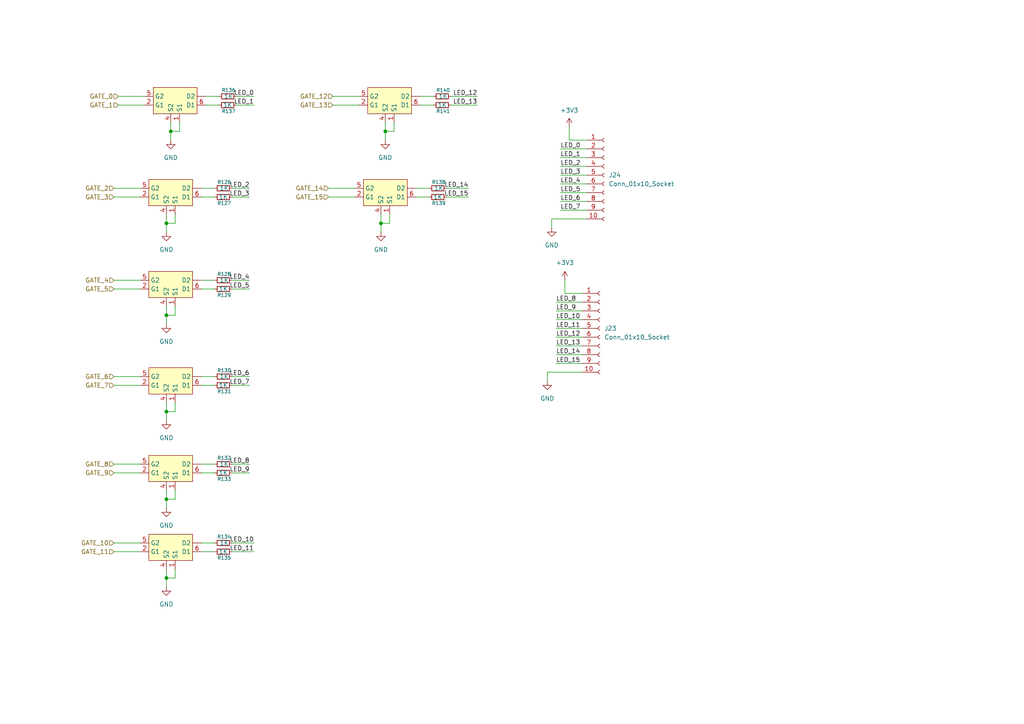
<source format=kicad_sch>
(kicad_sch
	(version 20250114)
	(generator "eeschema")
	(generator_version "9.0")
	(uuid "78beaf7b-4909-46fc-b030-3ca26e145aa8")
	(paper "A4")
	(lib_symbols
		(symbol "Connector:Conn_01x10_Socket"
			(pin_names
				(offset 1.016)
				(hide yes)
			)
			(exclude_from_sim no)
			(in_bom yes)
			(on_board yes)
			(property "Reference" "J"
				(at 0 12.7 0)
				(effects
					(font
						(size 1.27 1.27)
					)
				)
			)
			(property "Value" "Conn_01x10_Socket"
				(at 0 -15.24 0)
				(effects
					(font
						(size 1.27 1.27)
					)
				)
			)
			(property "Footprint" ""
				(at 0 0 0)
				(effects
					(font
						(size 1.27 1.27)
					)
					(hide yes)
				)
			)
			(property "Datasheet" "~"
				(at 0 0 0)
				(effects
					(font
						(size 1.27 1.27)
					)
					(hide yes)
				)
			)
			(property "Description" "Generic connector, single row, 01x10, script generated"
				(at 0 0 0)
				(effects
					(font
						(size 1.27 1.27)
					)
					(hide yes)
				)
			)
			(property "ki_locked" ""
				(at 0 0 0)
				(effects
					(font
						(size 1.27 1.27)
					)
				)
			)
			(property "ki_keywords" "connector"
				(at 0 0 0)
				(effects
					(font
						(size 1.27 1.27)
					)
					(hide yes)
				)
			)
			(property "ki_fp_filters" "Connector*:*_1x??_*"
				(at 0 0 0)
				(effects
					(font
						(size 1.27 1.27)
					)
					(hide yes)
				)
			)
			(symbol "Conn_01x10_Socket_1_1"
				(polyline
					(pts
						(xy -1.27 10.16) (xy -0.508 10.16)
					)
					(stroke
						(width 0.1524)
						(type default)
					)
					(fill
						(type none)
					)
				)
				(polyline
					(pts
						(xy -1.27 7.62) (xy -0.508 7.62)
					)
					(stroke
						(width 0.1524)
						(type default)
					)
					(fill
						(type none)
					)
				)
				(polyline
					(pts
						(xy -1.27 5.08) (xy -0.508 5.08)
					)
					(stroke
						(width 0.1524)
						(type default)
					)
					(fill
						(type none)
					)
				)
				(polyline
					(pts
						(xy -1.27 2.54) (xy -0.508 2.54)
					)
					(stroke
						(width 0.1524)
						(type default)
					)
					(fill
						(type none)
					)
				)
				(polyline
					(pts
						(xy -1.27 0) (xy -0.508 0)
					)
					(stroke
						(width 0.1524)
						(type default)
					)
					(fill
						(type none)
					)
				)
				(polyline
					(pts
						(xy -1.27 -2.54) (xy -0.508 -2.54)
					)
					(stroke
						(width 0.1524)
						(type default)
					)
					(fill
						(type none)
					)
				)
				(polyline
					(pts
						(xy -1.27 -5.08) (xy -0.508 -5.08)
					)
					(stroke
						(width 0.1524)
						(type default)
					)
					(fill
						(type none)
					)
				)
				(polyline
					(pts
						(xy -1.27 -7.62) (xy -0.508 -7.62)
					)
					(stroke
						(width 0.1524)
						(type default)
					)
					(fill
						(type none)
					)
				)
				(polyline
					(pts
						(xy -1.27 -10.16) (xy -0.508 -10.16)
					)
					(stroke
						(width 0.1524)
						(type default)
					)
					(fill
						(type none)
					)
				)
				(polyline
					(pts
						(xy -1.27 -12.7) (xy -0.508 -12.7)
					)
					(stroke
						(width 0.1524)
						(type default)
					)
					(fill
						(type none)
					)
				)
				(arc
					(start 0 9.652)
					(mid -0.5058 10.16)
					(end 0 10.668)
					(stroke
						(width 0.1524)
						(type default)
					)
					(fill
						(type none)
					)
				)
				(arc
					(start 0 7.112)
					(mid -0.5058 7.62)
					(end 0 8.128)
					(stroke
						(width 0.1524)
						(type default)
					)
					(fill
						(type none)
					)
				)
				(arc
					(start 0 4.572)
					(mid -0.5058 5.08)
					(end 0 5.588)
					(stroke
						(width 0.1524)
						(type default)
					)
					(fill
						(type none)
					)
				)
				(arc
					(start 0 2.032)
					(mid -0.5058 2.54)
					(end 0 3.048)
					(stroke
						(width 0.1524)
						(type default)
					)
					(fill
						(type none)
					)
				)
				(arc
					(start 0 -0.508)
					(mid -0.5058 0)
					(end 0 0.508)
					(stroke
						(width 0.1524)
						(type default)
					)
					(fill
						(type none)
					)
				)
				(arc
					(start 0 -3.048)
					(mid -0.5058 -2.54)
					(end 0 -2.032)
					(stroke
						(width 0.1524)
						(type default)
					)
					(fill
						(type none)
					)
				)
				(arc
					(start 0 -5.588)
					(mid -0.5058 -5.08)
					(end 0 -4.572)
					(stroke
						(width 0.1524)
						(type default)
					)
					(fill
						(type none)
					)
				)
				(arc
					(start 0 -8.128)
					(mid -0.5058 -7.62)
					(end 0 -7.112)
					(stroke
						(width 0.1524)
						(type default)
					)
					(fill
						(type none)
					)
				)
				(arc
					(start 0 -10.668)
					(mid -0.5058 -10.16)
					(end 0 -9.652)
					(stroke
						(width 0.1524)
						(type default)
					)
					(fill
						(type none)
					)
				)
				(arc
					(start 0 -13.208)
					(mid -0.5058 -12.7)
					(end 0 -12.192)
					(stroke
						(width 0.1524)
						(type default)
					)
					(fill
						(type none)
					)
				)
				(pin passive line
					(at -5.08 10.16 0)
					(length 3.81)
					(name "Pin_1"
						(effects
							(font
								(size 1.27 1.27)
							)
						)
					)
					(number "1"
						(effects
							(font
								(size 1.27 1.27)
							)
						)
					)
				)
				(pin passive line
					(at -5.08 7.62 0)
					(length 3.81)
					(name "Pin_2"
						(effects
							(font
								(size 1.27 1.27)
							)
						)
					)
					(number "2"
						(effects
							(font
								(size 1.27 1.27)
							)
						)
					)
				)
				(pin passive line
					(at -5.08 5.08 0)
					(length 3.81)
					(name "Pin_3"
						(effects
							(font
								(size 1.27 1.27)
							)
						)
					)
					(number "3"
						(effects
							(font
								(size 1.27 1.27)
							)
						)
					)
				)
				(pin passive line
					(at -5.08 2.54 0)
					(length 3.81)
					(name "Pin_4"
						(effects
							(font
								(size 1.27 1.27)
							)
						)
					)
					(number "4"
						(effects
							(font
								(size 1.27 1.27)
							)
						)
					)
				)
				(pin passive line
					(at -5.08 0 0)
					(length 3.81)
					(name "Pin_5"
						(effects
							(font
								(size 1.27 1.27)
							)
						)
					)
					(number "5"
						(effects
							(font
								(size 1.27 1.27)
							)
						)
					)
				)
				(pin passive line
					(at -5.08 -2.54 0)
					(length 3.81)
					(name "Pin_6"
						(effects
							(font
								(size 1.27 1.27)
							)
						)
					)
					(number "6"
						(effects
							(font
								(size 1.27 1.27)
							)
						)
					)
				)
				(pin passive line
					(at -5.08 -5.08 0)
					(length 3.81)
					(name "Pin_7"
						(effects
							(font
								(size 1.27 1.27)
							)
						)
					)
					(number "7"
						(effects
							(font
								(size 1.27 1.27)
							)
						)
					)
				)
				(pin passive line
					(at -5.08 -7.62 0)
					(length 3.81)
					(name "Pin_8"
						(effects
							(font
								(size 1.27 1.27)
							)
						)
					)
					(number "8"
						(effects
							(font
								(size 1.27 1.27)
							)
						)
					)
				)
				(pin passive line
					(at -5.08 -10.16 0)
					(length 3.81)
					(name "Pin_9"
						(effects
							(font
								(size 1.27 1.27)
							)
						)
					)
					(number "9"
						(effects
							(font
								(size 1.27 1.27)
							)
						)
					)
				)
				(pin passive line
					(at -5.08 -12.7 0)
					(length 3.81)
					(name "Pin_10"
						(effects
							(font
								(size 1.27 1.27)
							)
						)
					)
					(number "10"
						(effects
							(font
								(size 1.27 1.27)
							)
						)
					)
				)
			)
			(embedded_fonts no)
		)
		(symbol "Device:R_Small"
			(pin_numbers
				(hide yes)
			)
			(pin_names
				(offset 0.254)
				(hide yes)
			)
			(exclude_from_sim no)
			(in_bom yes)
			(on_board yes)
			(property "Reference" "R"
				(at 0 0 90)
				(effects
					(font
						(size 1.016 1.016)
					)
				)
			)
			(property "Value" "R_Small"
				(at 1.778 0 90)
				(effects
					(font
						(size 1.27 1.27)
					)
				)
			)
			(property "Footprint" ""
				(at 0 0 0)
				(effects
					(font
						(size 1.27 1.27)
					)
					(hide yes)
				)
			)
			(property "Datasheet" "~"
				(at 0 0 0)
				(effects
					(font
						(size 1.27 1.27)
					)
					(hide yes)
				)
			)
			(property "Description" "Resistor, small symbol"
				(at 0 0 0)
				(effects
					(font
						(size 1.27 1.27)
					)
					(hide yes)
				)
			)
			(property "ki_keywords" "R resistor"
				(at 0 0 0)
				(effects
					(font
						(size 1.27 1.27)
					)
					(hide yes)
				)
			)
			(property "ki_fp_filters" "R_*"
				(at 0 0 0)
				(effects
					(font
						(size 1.27 1.27)
					)
					(hide yes)
				)
			)
			(symbol "R_Small_0_1"
				(rectangle
					(start -0.762 1.778)
					(end 0.762 -1.778)
					(stroke
						(width 0.2032)
						(type default)
					)
					(fill
						(type none)
					)
				)
			)
			(symbol "R_Small_1_1"
				(pin passive line
					(at 0 2.54 270)
					(length 0.762)
					(name "~"
						(effects
							(font
								(size 1.27 1.27)
							)
						)
					)
					(number "1"
						(effects
							(font
								(size 1.27 1.27)
							)
						)
					)
				)
				(pin passive line
					(at 0 -2.54 90)
					(length 0.762)
					(name "~"
						(effects
							(font
								(size 1.27 1.27)
							)
						)
					)
					(number "2"
						(effects
							(font
								(size 1.27 1.27)
							)
						)
					)
				)
			)
			(embedded_fonts no)
		)
		(symbol "Project_Symbols:mosfet_SSM6N7002KFU"
			(exclude_from_sim no)
			(in_bom yes)
			(on_board yes)
			(property "Reference" "U"
				(at -12.7 0 0)
				(effects
					(font
						(size 1.27 1.27)
					)
					(hide yes)
				)
			)
			(property "Value" ""
				(at 0 0 0)
				(effects
					(font
						(size 1.27 1.27)
					)
				)
			)
			(property "Footprint" ""
				(at 0 0 0)
				(effects
					(font
						(size 1.27 1.27)
					)
					(hide yes)
				)
			)
			(property "Datasheet" "https://toshiba.semicon-storage.com/info/SSM6N7002KFU_datasheet_en_20240926.pdf?did=30374&prodName=SSM6N7002KFU"
				(at 0 0 0)
				(effects
					(font
						(size 1.27 1.27)
					)
					(hide yes)
				)
			)
			(property "Description" ""
				(at 0 0 0)
				(effects
					(font
						(size 1.27 1.27)
					)
					(hide yes)
				)
			)
			(symbol "mosfet_SSM6N7002KFU_1_1"
				(rectangle
					(start -10.16 6.35)
					(end 2.54 -1.27)
					(stroke
						(width 0)
						(type solid)
					)
					(fill
						(type background)
					)
				)
				(pin input line
					(at -12.7 3.81 0)
					(length 2.54)
					(name "G2"
						(effects
							(font
								(size 1.27 1.27)
							)
						)
					)
					(number "5"
						(effects
							(font
								(size 1.27 1.27)
							)
						)
					)
				)
				(pin input line
					(at -12.7 1.27 0)
					(length 2.54)
					(name "G1"
						(effects
							(font
								(size 1.27 1.27)
							)
						)
					)
					(number "2"
						(effects
							(font
								(size 1.27 1.27)
							)
						)
					)
				)
				(pin passive line
					(at -5.08 -3.81 90)
					(length 2.54)
					(name "S2"
						(effects
							(font
								(size 1.27 1.27)
							)
						)
					)
					(number "4"
						(effects
							(font
								(size 1.27 1.27)
							)
						)
					)
				)
				(pin passive line
					(at -2.54 -3.81 90)
					(length 2.54)
					(name "S1"
						(effects
							(font
								(size 1.27 1.27)
							)
						)
					)
					(number "1"
						(effects
							(font
								(size 1.27 1.27)
							)
						)
					)
				)
				(pin passive line
					(at 5.08 3.81 180)
					(length 2.54)
					(name "D2"
						(effects
							(font
								(size 1.27 1.27)
							)
						)
					)
					(number ""
						(effects
							(font
								(size 1.27 1.27)
							)
						)
					)
				)
				(pin passive line
					(at 5.08 1.27 180)
					(length 2.54)
					(name "D1"
						(effects
							(font
								(size 1.27 1.27)
							)
						)
					)
					(number "6"
						(effects
							(font
								(size 1.27 1.27)
							)
						)
					)
				)
			)
			(embedded_fonts no)
		)
		(symbol "power:+3.3V"
			(power)
			(pin_numbers
				(hide yes)
			)
			(pin_names
				(offset 0)
				(hide yes)
			)
			(exclude_from_sim no)
			(in_bom yes)
			(on_board yes)
			(property "Reference" "#PWR"
				(at 0 -3.81 0)
				(effects
					(font
						(size 1.27 1.27)
					)
					(hide yes)
				)
			)
			(property "Value" "+3.3V"
				(at 0 3.556 0)
				(effects
					(font
						(size 1.27 1.27)
					)
				)
			)
			(property "Footprint" ""
				(at 0 0 0)
				(effects
					(font
						(size 1.27 1.27)
					)
					(hide yes)
				)
			)
			(property "Datasheet" ""
				(at 0 0 0)
				(effects
					(font
						(size 1.27 1.27)
					)
					(hide yes)
				)
			)
			(property "Description" "Power symbol creates a global label with name \"+3.3V\""
				(at 0 0 0)
				(effects
					(font
						(size 1.27 1.27)
					)
					(hide yes)
				)
			)
			(property "ki_keywords" "global power"
				(at 0 0 0)
				(effects
					(font
						(size 1.27 1.27)
					)
					(hide yes)
				)
			)
			(symbol "+3.3V_0_1"
				(polyline
					(pts
						(xy -0.762 1.27) (xy 0 2.54)
					)
					(stroke
						(width 0)
						(type default)
					)
					(fill
						(type none)
					)
				)
				(polyline
					(pts
						(xy 0 2.54) (xy 0.762 1.27)
					)
					(stroke
						(width 0)
						(type default)
					)
					(fill
						(type none)
					)
				)
				(polyline
					(pts
						(xy 0 0) (xy 0 2.54)
					)
					(stroke
						(width 0)
						(type default)
					)
					(fill
						(type none)
					)
				)
			)
			(symbol "+3.3V_1_1"
				(pin power_in line
					(at 0 0 90)
					(length 0)
					(name "~"
						(effects
							(font
								(size 1.27 1.27)
							)
						)
					)
					(number "1"
						(effects
							(font
								(size 1.27 1.27)
							)
						)
					)
				)
			)
			(embedded_fonts no)
		)
		(symbol "power:GND"
			(power)
			(pin_numbers
				(hide yes)
			)
			(pin_names
				(offset 0)
				(hide yes)
			)
			(exclude_from_sim no)
			(in_bom yes)
			(on_board yes)
			(property "Reference" "#PWR"
				(at 0 -6.35 0)
				(effects
					(font
						(size 1.27 1.27)
					)
					(hide yes)
				)
			)
			(property "Value" "GND"
				(at 0 -3.81 0)
				(effects
					(font
						(size 1.27 1.27)
					)
				)
			)
			(property "Footprint" ""
				(at 0 0 0)
				(effects
					(font
						(size 1.27 1.27)
					)
					(hide yes)
				)
			)
			(property "Datasheet" ""
				(at 0 0 0)
				(effects
					(font
						(size 1.27 1.27)
					)
					(hide yes)
				)
			)
			(property "Description" "Power symbol creates a global label with name \"GND\" , ground"
				(at 0 0 0)
				(effects
					(font
						(size 1.27 1.27)
					)
					(hide yes)
				)
			)
			(property "ki_keywords" "global power"
				(at 0 0 0)
				(effects
					(font
						(size 1.27 1.27)
					)
					(hide yes)
				)
			)
			(symbol "GND_0_1"
				(polyline
					(pts
						(xy 0 0) (xy 0 -1.27) (xy 1.27 -1.27) (xy 0 -2.54) (xy -1.27 -1.27) (xy 0 -1.27)
					)
					(stroke
						(width 0)
						(type default)
					)
					(fill
						(type none)
					)
				)
			)
			(symbol "GND_1_1"
				(pin power_in line
					(at 0 0 270)
					(length 0)
					(name "~"
						(effects
							(font
								(size 1.27 1.27)
							)
						)
					)
					(number "1"
						(effects
							(font
								(size 1.27 1.27)
							)
						)
					)
				)
			)
			(embedded_fonts no)
		)
	)
	(junction
		(at 110.49 64.77)
		(diameter 0)
		(color 0 0 0 0)
		(uuid "0d7312ca-275f-4b63-8327-861f10dca54a")
	)
	(junction
		(at 48.26 167.64)
		(diameter 0)
		(color 0 0 0 0)
		(uuid "1045243c-7c7d-4f54-bc8a-6a2543377af1")
	)
	(junction
		(at 48.26 64.77)
		(diameter 0)
		(color 0 0 0 0)
		(uuid "2b186228-55b3-4f0d-b17c-09157a6b59b6")
	)
	(junction
		(at 49.53 38.1)
		(diameter 0)
		(color 0 0 0 0)
		(uuid "4bfe1c5b-ab8c-475a-980d-e6226e69374a")
	)
	(junction
		(at 48.26 119.38)
		(diameter 0)
		(color 0 0 0 0)
		(uuid "4f9de6e4-3cf1-4294-acf9-49e019d64fe5")
	)
	(junction
		(at 111.76 38.1)
		(diameter 0)
		(color 0 0 0 0)
		(uuid "4ff68671-9cbf-4d0e-9c7c-a59358aab8da")
	)
	(junction
		(at 48.26 144.78)
		(diameter 0)
		(color 0 0 0 0)
		(uuid "55fc7493-3a16-4e29-b339-e03797f610b8")
	)
	(junction
		(at 48.26 91.44)
		(diameter 0)
		(color 0 0 0 0)
		(uuid "cd077bcc-0179-4405-8934-d795d8be6bca")
	)
	(wire
		(pts
			(xy 33.02 57.15) (xy 40.64 57.15)
		)
		(stroke
			(width 0)
			(type default)
		)
		(uuid "006d6637-3beb-4833-b8f7-971b9c0570f5")
	)
	(wire
		(pts
			(xy 58.42 160.02) (xy 62.23 160.02)
		)
		(stroke
			(width 0)
			(type default)
		)
		(uuid "03165faf-a518-4906-bf80-cf25b8bc1726")
	)
	(wire
		(pts
			(xy 168.91 85.09) (xy 163.83 85.09)
		)
		(stroke
			(width 0)
			(type default)
		)
		(uuid "03757833-02a1-4872-a4f6-19d83eaa822f")
	)
	(wire
		(pts
			(xy 33.02 134.62) (xy 40.64 134.62)
		)
		(stroke
			(width 0)
			(type default)
		)
		(uuid "0642681d-1c69-4ead-8115-5e7e9669a049")
	)
	(wire
		(pts
			(xy 96.52 30.48) (xy 104.14 30.48)
		)
		(stroke
			(width 0)
			(type default)
		)
		(uuid "07bd4568-7e2f-4bbf-a1ed-78dd3ef84456")
	)
	(wire
		(pts
			(xy 58.42 57.15) (xy 62.23 57.15)
		)
		(stroke
			(width 0)
			(type default)
		)
		(uuid "07cd7909-abb5-44b7-b24b-ec7f7b3be370")
	)
	(wire
		(pts
			(xy 48.26 91.44) (xy 48.26 93.98)
		)
		(stroke
			(width 0)
			(type default)
		)
		(uuid "08adac2d-fb55-4fa4-a82f-f4a15f9ca60e")
	)
	(wire
		(pts
			(xy 50.8 64.77) (xy 48.26 64.77)
		)
		(stroke
			(width 0)
			(type default)
		)
		(uuid "0c82742f-320c-4404-a684-3043ab72f365")
	)
	(wire
		(pts
			(xy 34.29 30.48) (xy 41.91 30.48)
		)
		(stroke
			(width 0)
			(type default)
		)
		(uuid "0c8ac09a-9f8d-410b-8626-5e68886d50b3")
	)
	(wire
		(pts
			(xy 67.31 57.15) (xy 72.39 57.15)
		)
		(stroke
			(width 0)
			(type default)
		)
		(uuid "0c9a0328-fe46-4c3e-aa44-9a5e00a36436")
	)
	(wire
		(pts
			(xy 49.53 38.1) (xy 49.53 40.64)
		)
		(stroke
			(width 0)
			(type default)
		)
		(uuid "17ebdec0-d708-4935-a748-4faf4ff6eff0")
	)
	(wire
		(pts
			(xy 114.3 35.56) (xy 114.3 38.1)
		)
		(stroke
			(width 0)
			(type default)
		)
		(uuid "19a2cc32-b6b8-4ebd-8cee-06e12cfd3e78")
	)
	(wire
		(pts
			(xy 161.29 95.25) (xy 168.91 95.25)
		)
		(stroke
			(width 0)
			(type default)
		)
		(uuid "1d6fce8e-aae5-41f1-b351-c9a1fbbbe488")
	)
	(wire
		(pts
			(xy 96.52 27.94) (xy 104.14 27.94)
		)
		(stroke
			(width 0)
			(type default)
		)
		(uuid "24c0265c-6325-4268-8063-b5490d24c122")
	)
	(wire
		(pts
			(xy 130.81 30.48) (xy 138.43 30.48)
		)
		(stroke
			(width 0)
			(type default)
		)
		(uuid "2a2e8f22-ff6b-40f7-bc9b-82b3a8cc5154")
	)
	(wire
		(pts
			(xy 58.42 134.62) (xy 62.23 134.62)
		)
		(stroke
			(width 0)
			(type default)
		)
		(uuid "2c69a30b-4ba8-4e7a-b2cf-27f419867afd")
	)
	(wire
		(pts
			(xy 95.25 57.15) (xy 102.87 57.15)
		)
		(stroke
			(width 0)
			(type default)
		)
		(uuid "2c8ff0f9-4e3a-49cc-82ed-c8503fe699b8")
	)
	(wire
		(pts
			(xy 95.25 54.61) (xy 102.87 54.61)
		)
		(stroke
			(width 0)
			(type default)
		)
		(uuid "2f1abe9e-1765-4c83-a79c-1c7ad99377fe")
	)
	(wire
		(pts
			(xy 67.31 157.48) (xy 73.66 157.48)
		)
		(stroke
			(width 0)
			(type default)
		)
		(uuid "34db3531-60fc-4d97-a6a4-566824744f74")
	)
	(wire
		(pts
			(xy 50.8 165.1) (xy 50.8 167.64)
		)
		(stroke
			(width 0)
			(type default)
		)
		(uuid "369dcbf9-da70-4518-80cd-d083b1b055ae")
	)
	(wire
		(pts
			(xy 163.83 81.28) (xy 163.83 85.09)
		)
		(stroke
			(width 0)
			(type default)
		)
		(uuid "36dc3ff1-8927-472e-ac9d-4d44acfc70dc")
	)
	(wire
		(pts
			(xy 161.29 102.87) (xy 168.91 102.87)
		)
		(stroke
			(width 0)
			(type default)
		)
		(uuid "3a65cf79-da0b-4140-a87e-10172b1b8629")
	)
	(wire
		(pts
			(xy 67.31 160.02) (xy 73.66 160.02)
		)
		(stroke
			(width 0)
			(type default)
		)
		(uuid "3c0f78dc-4caa-465a-b8b9-c306ca95a424")
	)
	(wire
		(pts
			(xy 111.76 38.1) (xy 111.76 40.64)
		)
		(stroke
			(width 0)
			(type default)
		)
		(uuid "3cfa6da4-d1b6-43b6-9cf0-af87d96e0e74")
	)
	(wire
		(pts
			(xy 49.53 35.56) (xy 49.53 38.1)
		)
		(stroke
			(width 0)
			(type default)
		)
		(uuid "3d3a7074-4fa9-4d6a-9917-2c6a1e32efbc")
	)
	(wire
		(pts
			(xy 113.03 62.23) (xy 113.03 64.77)
		)
		(stroke
			(width 0)
			(type default)
		)
		(uuid "40f27e92-bd9c-4553-a649-022a9c709f9c")
	)
	(wire
		(pts
			(xy 67.31 109.22) (xy 72.39 109.22)
		)
		(stroke
			(width 0)
			(type default)
		)
		(uuid "4411b9d7-8a4f-4959-b32d-b2a5d2e1d6ca")
	)
	(wire
		(pts
			(xy 67.31 111.76) (xy 72.39 111.76)
		)
		(stroke
			(width 0)
			(type default)
		)
		(uuid "474b37d1-13d9-41a5-a0ea-48180da24db0")
	)
	(wire
		(pts
			(xy 162.56 53.34) (xy 170.18 53.34)
		)
		(stroke
			(width 0)
			(type default)
		)
		(uuid "4ad5a4f7-370c-4ea2-8f7f-768d0dd436d5")
	)
	(wire
		(pts
			(xy 162.56 60.96) (xy 170.18 60.96)
		)
		(stroke
			(width 0)
			(type default)
		)
		(uuid "4add5e4e-3c22-404d-a69f-486d163242b8")
	)
	(wire
		(pts
			(xy 50.8 167.64) (xy 48.26 167.64)
		)
		(stroke
			(width 0)
			(type default)
		)
		(uuid "4be16602-a2ab-46ff-bf22-b8191e499036")
	)
	(wire
		(pts
			(xy 110.49 62.23) (xy 110.49 64.77)
		)
		(stroke
			(width 0)
			(type default)
		)
		(uuid "4d0fdf0c-3157-448b-ae5e-cd08081f457d")
	)
	(wire
		(pts
			(xy 161.29 87.63) (xy 168.91 87.63)
		)
		(stroke
			(width 0)
			(type default)
		)
		(uuid "4e3ac21e-45f2-4401-9dab-cd57ed01bffe")
	)
	(wire
		(pts
			(xy 33.02 111.76) (xy 40.64 111.76)
		)
		(stroke
			(width 0)
			(type default)
		)
		(uuid "4f63876b-e848-471d-ae68-015b985fd779")
	)
	(wire
		(pts
			(xy 160.02 63.5) (xy 170.18 63.5)
		)
		(stroke
			(width 0)
			(type default)
		)
		(uuid "519980b4-f24b-4e16-9542-fffc6920f482")
	)
	(wire
		(pts
			(xy 162.56 48.26) (xy 170.18 48.26)
		)
		(stroke
			(width 0)
			(type default)
		)
		(uuid "528cd6c3-3ec0-4bc1-98ce-c82a4ea32ddc")
	)
	(wire
		(pts
			(xy 161.29 105.41) (xy 168.91 105.41)
		)
		(stroke
			(width 0)
			(type default)
		)
		(uuid "5436d63a-be2a-4a40-8fcf-4d7701824091")
	)
	(wire
		(pts
			(xy 48.26 144.78) (xy 48.26 147.32)
		)
		(stroke
			(width 0)
			(type default)
		)
		(uuid "5779631c-bd38-4fb0-b723-8748ed3262b1")
	)
	(wire
		(pts
			(xy 162.56 58.42) (xy 170.18 58.42)
		)
		(stroke
			(width 0)
			(type default)
		)
		(uuid "5b6cf29e-4a93-428f-a6fb-9bb11c1705a4")
	)
	(wire
		(pts
			(xy 33.02 83.82) (xy 40.64 83.82)
		)
		(stroke
			(width 0)
			(type default)
		)
		(uuid "5cf04017-defc-44df-ae45-83e692af4854")
	)
	(wire
		(pts
			(xy 59.69 27.94) (xy 63.5 27.94)
		)
		(stroke
			(width 0)
			(type default)
		)
		(uuid "5fe3f2b6-8685-4543-b6cc-a51cb1249709")
	)
	(wire
		(pts
			(xy 52.07 38.1) (xy 49.53 38.1)
		)
		(stroke
			(width 0)
			(type default)
		)
		(uuid "612e11e1-8e9c-4f19-b741-6302299204ca")
	)
	(wire
		(pts
			(xy 130.81 27.94) (xy 138.43 27.94)
		)
		(stroke
			(width 0)
			(type default)
		)
		(uuid "62b8d8f0-cf1c-41c2-8f27-bf5bc63443f3")
	)
	(wire
		(pts
			(xy 161.29 97.79) (xy 168.91 97.79)
		)
		(stroke
			(width 0)
			(type default)
		)
		(uuid "637b0df8-b773-4907-a2f4-8e97ccef871e")
	)
	(wire
		(pts
			(xy 162.56 50.8) (xy 170.18 50.8)
		)
		(stroke
			(width 0)
			(type default)
		)
		(uuid "64e360e3-012c-41ac-bf69-04cc95095265")
	)
	(wire
		(pts
			(xy 50.8 119.38) (xy 48.26 119.38)
		)
		(stroke
			(width 0)
			(type default)
		)
		(uuid "66589163-9e5e-463e-ae05-1b97e7a01372")
	)
	(wire
		(pts
			(xy 48.26 62.23) (xy 48.26 64.77)
		)
		(stroke
			(width 0)
			(type default)
		)
		(uuid "668844ab-b4ee-40f6-b8f6-88986e7ef4a5")
	)
	(wire
		(pts
			(xy 67.31 137.16) (xy 72.39 137.16)
		)
		(stroke
			(width 0)
			(type default)
		)
		(uuid "6f130800-334f-4d6f-a44a-f91c687b4beb")
	)
	(wire
		(pts
			(xy 50.8 142.24) (xy 50.8 144.78)
		)
		(stroke
			(width 0)
			(type default)
		)
		(uuid "6f69091d-35b4-4ac6-9a69-5286091f2680")
	)
	(wire
		(pts
			(xy 58.42 109.22) (xy 62.23 109.22)
		)
		(stroke
			(width 0)
			(type default)
		)
		(uuid "70b52c22-ca47-47d0-b119-11e912b9a2eb")
	)
	(wire
		(pts
			(xy 67.31 83.82) (xy 72.39 83.82)
		)
		(stroke
			(width 0)
			(type default)
		)
		(uuid "70bf9e0d-f8e8-4a8b-98cc-cecc482b3a7e")
	)
	(wire
		(pts
			(xy 58.42 54.61) (xy 62.23 54.61)
		)
		(stroke
			(width 0)
			(type default)
		)
		(uuid "75220f7a-e2ce-4578-83ea-7dadbce08cd3")
	)
	(wire
		(pts
			(xy 111.76 35.56) (xy 111.76 38.1)
		)
		(stroke
			(width 0)
			(type default)
		)
		(uuid "779e225c-4776-4d03-9499-a6350dc60f67")
	)
	(wire
		(pts
			(xy 162.56 43.18) (xy 170.18 43.18)
		)
		(stroke
			(width 0)
			(type default)
		)
		(uuid "791fa244-cd88-46dc-b02f-6acc59b7ea96")
	)
	(wire
		(pts
			(xy 121.92 27.94) (xy 125.73 27.94)
		)
		(stroke
			(width 0)
			(type default)
		)
		(uuid "7999b8d9-53a3-45a9-9e5c-3bad66a79360")
	)
	(wire
		(pts
			(xy 161.29 90.17) (xy 168.91 90.17)
		)
		(stroke
			(width 0)
			(type default)
		)
		(uuid "7b65d13f-c91f-48c2-9d73-c2f07044259c")
	)
	(wire
		(pts
			(xy 50.8 88.9) (xy 50.8 91.44)
		)
		(stroke
			(width 0)
			(type default)
		)
		(uuid "7ba4eeab-e979-4327-a4d5-b72f4ad31f2a")
	)
	(wire
		(pts
			(xy 33.02 81.28) (xy 40.64 81.28)
		)
		(stroke
			(width 0)
			(type default)
		)
		(uuid "7c9495ad-41fb-4ae9-831a-74cacac862c5")
	)
	(wire
		(pts
			(xy 48.26 116.84) (xy 48.26 119.38)
		)
		(stroke
			(width 0)
			(type default)
		)
		(uuid "7cf041ac-3984-43e6-bf49-b6cdd08a7a59")
	)
	(wire
		(pts
			(xy 58.42 83.82) (xy 62.23 83.82)
		)
		(stroke
			(width 0)
			(type default)
		)
		(uuid "7d3ad944-9e8c-4828-b781-1ea92f7caaeb")
	)
	(wire
		(pts
			(xy 59.69 30.48) (xy 63.5 30.48)
		)
		(stroke
			(width 0)
			(type default)
		)
		(uuid "7ec7758b-0754-483e-882a-8fd52073d73a")
	)
	(wire
		(pts
			(xy 34.29 27.94) (xy 41.91 27.94)
		)
		(stroke
			(width 0)
			(type default)
		)
		(uuid "7ee68396-3e5a-42a2-9f8b-28276e327e9a")
	)
	(wire
		(pts
			(xy 50.8 91.44) (xy 48.26 91.44)
		)
		(stroke
			(width 0)
			(type default)
		)
		(uuid "7f4755c6-1dda-4350-8580-46e81b4649ba")
	)
	(wire
		(pts
			(xy 68.58 30.48) (xy 73.66 30.48)
		)
		(stroke
			(width 0)
			(type default)
		)
		(uuid "7f50ccbf-95f1-4802-86b0-cc6137669360")
	)
	(wire
		(pts
			(xy 58.42 157.48) (xy 62.23 157.48)
		)
		(stroke
			(width 0)
			(type default)
		)
		(uuid "860ae0ac-5684-412a-8962-6c5f2cb7d69c")
	)
	(wire
		(pts
			(xy 50.8 144.78) (xy 48.26 144.78)
		)
		(stroke
			(width 0)
			(type default)
		)
		(uuid "898c7ca1-3743-4c1e-930f-e6bd8fb490d9")
	)
	(wire
		(pts
			(xy 114.3 38.1) (xy 111.76 38.1)
		)
		(stroke
			(width 0)
			(type default)
		)
		(uuid "8a4c4fa9-1b64-4309-ad49-ddb95064dfc7")
	)
	(wire
		(pts
			(xy 67.31 81.28) (xy 72.39 81.28)
		)
		(stroke
			(width 0)
			(type default)
		)
		(uuid "8bd19812-d45f-4676-a279-df096e365c84")
	)
	(wire
		(pts
			(xy 33.02 160.02) (xy 40.64 160.02)
		)
		(stroke
			(width 0)
			(type default)
		)
		(uuid "905c62c6-672b-4fb4-ae08-cf2fdbdf492a")
	)
	(wire
		(pts
			(xy 33.02 157.48) (xy 40.64 157.48)
		)
		(stroke
			(width 0)
			(type default)
		)
		(uuid "90f6b94d-3fe6-4929-8ca5-7d11a811065c")
	)
	(wire
		(pts
			(xy 50.8 62.23) (xy 50.8 64.77)
		)
		(stroke
			(width 0)
			(type default)
		)
		(uuid "9381ac3b-b776-4fe5-9a0f-ed30af3712cd")
	)
	(wire
		(pts
			(xy 162.56 45.72) (xy 170.18 45.72)
		)
		(stroke
			(width 0)
			(type default)
		)
		(uuid "9975448f-3157-4cb3-b845-c0b2f0b84e83")
	)
	(wire
		(pts
			(xy 33.02 137.16) (xy 40.64 137.16)
		)
		(stroke
			(width 0)
			(type default)
		)
		(uuid "a1ca370b-c9f6-4b6b-979a-84666bb601d5")
	)
	(wire
		(pts
			(xy 48.26 167.64) (xy 48.26 170.18)
		)
		(stroke
			(width 0)
			(type default)
		)
		(uuid "a2b2b454-e24b-4087-a31f-cbc4c6db85f0")
	)
	(wire
		(pts
			(xy 67.31 134.62) (xy 72.39 134.62)
		)
		(stroke
			(width 0)
			(type default)
		)
		(uuid "a45a3e51-a9ff-455b-a63a-f37a83eb37e9")
	)
	(wire
		(pts
			(xy 48.26 88.9) (xy 48.26 91.44)
		)
		(stroke
			(width 0)
			(type default)
		)
		(uuid "a82df7e7-3f79-4e87-831b-0408000b261a")
	)
	(wire
		(pts
			(xy 129.54 54.61) (xy 135.89 54.61)
		)
		(stroke
			(width 0)
			(type default)
		)
		(uuid "a8862a96-4bf1-46ff-8bbc-2c1ccd35504a")
	)
	(wire
		(pts
			(xy 121.92 30.48) (xy 125.73 30.48)
		)
		(stroke
			(width 0)
			(type default)
		)
		(uuid "ac78543a-822d-49a3-a6f7-fb8c9e244c04")
	)
	(wire
		(pts
			(xy 120.65 54.61) (xy 124.46 54.61)
		)
		(stroke
			(width 0)
			(type default)
		)
		(uuid "ae6de79d-cd0e-4dc5-b5eb-61c9d713eee2")
	)
	(wire
		(pts
			(xy 33.02 109.22) (xy 40.64 109.22)
		)
		(stroke
			(width 0)
			(type default)
		)
		(uuid "b0f68a15-d1ea-4067-b494-ba29cc3f19b4")
	)
	(wire
		(pts
			(xy 120.65 57.15) (xy 124.46 57.15)
		)
		(stroke
			(width 0)
			(type default)
		)
		(uuid "b48f56bf-3ea4-42ae-af07-a9df20edb06e")
	)
	(wire
		(pts
			(xy 58.42 111.76) (xy 62.23 111.76)
		)
		(stroke
			(width 0)
			(type default)
		)
		(uuid "bc82b4ac-2551-4d68-9255-451dd0e37980")
	)
	(wire
		(pts
			(xy 67.31 54.61) (xy 72.39 54.61)
		)
		(stroke
			(width 0)
			(type default)
		)
		(uuid "c643b997-0575-465a-8793-bc8a8ccfc162")
	)
	(wire
		(pts
			(xy 161.29 92.71) (xy 168.91 92.71)
		)
		(stroke
			(width 0)
			(type default)
		)
		(uuid "c651f35f-0ec0-4325-90a2-d9e08d344b7c")
	)
	(wire
		(pts
			(xy 68.58 27.94) (xy 73.66 27.94)
		)
		(stroke
			(width 0)
			(type default)
		)
		(uuid "c784e8cd-5780-479b-9bd3-a160c9d7631e")
	)
	(wire
		(pts
			(xy 33.02 54.61) (xy 40.64 54.61)
		)
		(stroke
			(width 0)
			(type default)
		)
		(uuid "ce8aa8a0-190f-47d8-bd25-b6f36d2f820f")
	)
	(wire
		(pts
			(xy 162.56 55.88) (xy 170.18 55.88)
		)
		(stroke
			(width 0)
			(type default)
		)
		(uuid "d1213403-f6a2-4c06-a025-2267bf6dd2c9")
	)
	(wire
		(pts
			(xy 158.75 107.95) (xy 168.91 107.95)
		)
		(stroke
			(width 0)
			(type default)
		)
		(uuid "d1ea58bb-df69-48c7-8336-112768f5405d")
	)
	(wire
		(pts
			(xy 50.8 116.84) (xy 50.8 119.38)
		)
		(stroke
			(width 0)
			(type default)
		)
		(uuid "d6018ec3-e184-4f8f-88db-35b7ba9449d6")
	)
	(wire
		(pts
			(xy 158.75 107.95) (xy 158.75 110.49)
		)
		(stroke
			(width 0)
			(type default)
		)
		(uuid "d6d9a886-42a9-41c2-89de-adbda40303ff")
	)
	(wire
		(pts
			(xy 48.26 142.24) (xy 48.26 144.78)
		)
		(stroke
			(width 0)
			(type default)
		)
		(uuid "d9c1ff2f-c959-44fc-bf4b-f8bc8dd56383")
	)
	(wire
		(pts
			(xy 165.1 36.83) (xy 165.1 40.64)
		)
		(stroke
			(width 0)
			(type default)
		)
		(uuid "e17466d2-7368-4e03-9685-e7d774a1027d")
	)
	(wire
		(pts
			(xy 48.26 119.38) (xy 48.26 121.92)
		)
		(stroke
			(width 0)
			(type default)
		)
		(uuid "e1914758-e53d-4da3-9cb2-9f3c6e682f18")
	)
	(wire
		(pts
			(xy 48.26 165.1) (xy 48.26 167.64)
		)
		(stroke
			(width 0)
			(type default)
		)
		(uuid "ebbda0f2-8c74-4f4e-ad6b-78742a406a45")
	)
	(wire
		(pts
			(xy 129.54 57.15) (xy 135.89 57.15)
		)
		(stroke
			(width 0)
			(type default)
		)
		(uuid "eccc38fb-3c42-45e3-8a47-7cd888cc85a3")
	)
	(wire
		(pts
			(xy 113.03 64.77) (xy 110.49 64.77)
		)
		(stroke
			(width 0)
			(type default)
		)
		(uuid "f15703db-9279-413a-aa21-96415c6ff359")
	)
	(wire
		(pts
			(xy 48.26 64.77) (xy 48.26 67.31)
		)
		(stroke
			(width 0)
			(type default)
		)
		(uuid "f182e5a8-d4f6-486f-95f4-fb8360bbf436")
	)
	(wire
		(pts
			(xy 52.07 35.56) (xy 52.07 38.1)
		)
		(stroke
			(width 0)
			(type default)
		)
		(uuid "f2cec896-41d7-4f90-98fa-c5050ff1602e")
	)
	(wire
		(pts
			(xy 161.29 100.33) (xy 168.91 100.33)
		)
		(stroke
			(width 0)
			(type default)
		)
		(uuid "f615fca0-37a6-4d9a-aedf-ad7be74af6bd")
	)
	(wire
		(pts
			(xy 160.02 63.5) (xy 160.02 66.04)
		)
		(stroke
			(width 0)
			(type default)
		)
		(uuid "f6644170-6f1f-4c32-a6e3-4c380e894f9e")
	)
	(wire
		(pts
			(xy 58.42 137.16) (xy 62.23 137.16)
		)
		(stroke
			(width 0)
			(type default)
		)
		(uuid "f6a3863e-c73c-454c-a1b7-5ab9eddf8193")
	)
	(wire
		(pts
			(xy 58.42 81.28) (xy 62.23 81.28)
		)
		(stroke
			(width 0)
			(type default)
		)
		(uuid "fa2dd173-b677-4483-820d-60470d4947e6")
	)
	(wire
		(pts
			(xy 170.18 40.64) (xy 165.1 40.64)
		)
		(stroke
			(width 0)
			(type default)
		)
		(uuid "fbdf696f-c0bf-4662-bea8-e3bd445f74bb")
	)
	(wire
		(pts
			(xy 110.49 64.77) (xy 110.49 67.31)
		)
		(stroke
			(width 0)
			(type default)
		)
		(uuid "fe34d2d5-bcc6-4782-b8ab-b93fb38626ab")
	)
	(label "LED_9"
		(at 72.39 137.16 180)
		(effects
			(font
				(size 1.27 1.27)
			)
			(justify right bottom)
		)
		(uuid "0cd8a56a-198a-4faf-8d9e-bb7017c0ab30")
	)
	(label "LED_10"
		(at 161.29 92.71 0)
		(effects
			(font
				(size 1.27 1.27)
			)
			(justify left bottom)
		)
		(uuid "18fdbb46-5cd3-46d5-8440-c8229469ca09")
	)
	(label "LED_1"
		(at 73.66 30.48 180)
		(effects
			(font
				(size 1.27 1.27)
			)
			(justify right bottom)
		)
		(uuid "194af184-9fac-4bdb-acb1-ad21f78f5603")
	)
	(label "LED_12"
		(at 161.29 97.79 0)
		(effects
			(font
				(size 1.27 1.27)
			)
			(justify left bottom)
		)
		(uuid "1cb24abd-414b-48ed-a1d1-35b39a4d70e1")
	)
	(label "LED_6"
		(at 72.39 109.22 180)
		(effects
			(font
				(size 1.27 1.27)
			)
			(justify right bottom)
		)
		(uuid "1f00a63e-8596-4e6e-8dd5-d3b81506e411")
	)
	(label "LED_4"
		(at 72.39 81.28 180)
		(effects
			(font
				(size 1.27 1.27)
			)
			(justify right bottom)
		)
		(uuid "4395ad5c-4ba5-4683-a3e4-196edf08c5c1")
	)
	(label "LED_12"
		(at 138.43 27.94 180)
		(effects
			(font
				(size 1.27 1.27)
			)
			(justify right bottom)
		)
		(uuid "43ddfa9e-f0a2-4439-b4fa-058620116ddd")
	)
	(label "LED_3"
		(at 162.56 50.8 0)
		(effects
			(font
				(size 1.27 1.27)
			)
			(justify left bottom)
		)
		(uuid "47595b15-540f-4ba7-8b5c-d52a62b03015")
	)
	(label "LED_13"
		(at 161.29 100.33 0)
		(effects
			(font
				(size 1.27 1.27)
			)
			(justify left bottom)
		)
		(uuid "4aaf91ed-7860-406b-a692-6cc024827be5")
	)
	(label "LED_0"
		(at 162.56 43.18 0)
		(effects
			(font
				(size 1.27 1.27)
			)
			(justify left bottom)
		)
		(uuid "51f8ac8d-fbc7-4618-85f2-eb417d383ebd")
	)
	(label "LED_3"
		(at 72.39 57.15 180)
		(effects
			(font
				(size 1.27 1.27)
			)
			(justify right bottom)
		)
		(uuid "6380a047-506c-4031-beda-74e0afe4d9db")
	)
	(label "LED_8"
		(at 72.39 134.62 180)
		(effects
			(font
				(size 1.27 1.27)
			)
			(justify right bottom)
		)
		(uuid "6f66a98a-ae2f-4e3b-b9b6-7c71152b20bf")
	)
	(label "LED_8"
		(at 161.29 87.63 0)
		(effects
			(font
				(size 1.27 1.27)
			)
			(justify left bottom)
		)
		(uuid "6fd5282d-66c0-46ae-806a-ea55ba921fc0")
	)
	(label "LED_14"
		(at 135.89 54.61 180)
		(effects
			(font
				(size 1.27 1.27)
			)
			(justify right bottom)
		)
		(uuid "77f7c180-9265-4d8f-b811-2a0874a73c37")
	)
	(label "LED_0"
		(at 73.66 27.94 180)
		(effects
			(font
				(size 1.27 1.27)
			)
			(justify right bottom)
		)
		(uuid "780f1748-8c3b-4149-aea9-4b81fb8fb754")
	)
	(label "LED_7"
		(at 162.56 60.96 0)
		(effects
			(font
				(size 1.27 1.27)
			)
			(justify left bottom)
		)
		(uuid "7fa508fb-79d1-4cfe-96a4-1d37076b8753")
	)
	(label "LED_5"
		(at 72.39 83.82 180)
		(effects
			(font
				(size 1.27 1.27)
			)
			(justify right bottom)
		)
		(uuid "83676e1f-1bff-41b2-a621-4b61c4bc604c")
	)
	(label "LED_15"
		(at 135.89 57.15 180)
		(effects
			(font
				(size 1.27 1.27)
			)
			(justify right bottom)
		)
		(uuid "8451e364-33aa-4c4d-9c9a-39fadbb8fd42")
	)
	(label "LED_15"
		(at 161.29 105.41 0)
		(effects
			(font
				(size 1.27 1.27)
			)
			(justify left bottom)
		)
		(uuid "8c40f502-24f4-4b4d-98a3-a33c268d30b3")
	)
	(label "LED_13"
		(at 138.43 30.48 180)
		(effects
			(font
				(size 1.27 1.27)
			)
			(justify right bottom)
		)
		(uuid "9dca4e37-8f23-4e9a-8453-2680bfa329c5")
	)
	(label "LED_11"
		(at 161.29 95.25 0)
		(effects
			(font
				(size 1.27 1.27)
			)
			(justify left bottom)
		)
		(uuid "a34e2188-19c9-4161-9daa-3ba81021efb2")
	)
	(label "LED_1"
		(at 162.56 45.72 0)
		(effects
			(font
				(size 1.27 1.27)
			)
			(justify left bottom)
		)
		(uuid "a41d9335-e8e1-41a2-82ab-ce77a567b85f")
	)
	(label "LED_2"
		(at 72.39 54.61 180)
		(effects
			(font
				(size 1.27 1.27)
			)
			(justify right bottom)
		)
		(uuid "b7acef36-306d-4e3f-8e31-990c70d11e8b")
	)
	(label "LED_10"
		(at 73.66 157.48 180)
		(effects
			(font
				(size 1.27 1.27)
			)
			(justify right bottom)
		)
		(uuid "c0288aaf-7e57-40f2-bbab-afaf9503bf4a")
	)
	(label "LED_6"
		(at 162.56 58.42 0)
		(effects
			(font
				(size 1.27 1.27)
			)
			(justify left bottom)
		)
		(uuid "c44df1cf-4266-42b7-835f-87f439b8f26d")
	)
	(label "LED_11"
		(at 73.66 160.02 180)
		(effects
			(font
				(size 1.27 1.27)
			)
			(justify right bottom)
		)
		(uuid "c7c61df5-e165-427a-bc2c-11a082b3d1b8")
	)
	(label "LED_4"
		(at 162.56 53.34 0)
		(effects
			(font
				(size 1.27 1.27)
			)
			(justify left bottom)
		)
		(uuid "ca2cf6d9-874a-404d-ab8b-69e07a95555b")
	)
	(label "LED_9"
		(at 161.29 90.17 0)
		(effects
			(font
				(size 1.27 1.27)
			)
			(justify left bottom)
		)
		(uuid "cbe577ef-e3d7-4e77-980f-83474235732d")
	)
	(label "LED_5"
		(at 162.56 55.88 0)
		(effects
			(font
				(size 1.27 1.27)
			)
			(justify left bottom)
		)
		(uuid "d3c9626c-5b1f-4e98-ba7c-181ab07eb20c")
	)
	(label "LED_14"
		(at 161.29 102.87 0)
		(effects
			(font
				(size 1.27 1.27)
			)
			(justify left bottom)
		)
		(uuid "e3b20eae-ed2d-442f-9b4e-f677e0f0855e")
	)
	(label "LED_2"
		(at 162.56 48.26 0)
		(effects
			(font
				(size 1.27 1.27)
			)
			(justify left bottom)
		)
		(uuid "ebaf03d1-dcf9-4e54-9859-099adabe3857")
	)
	(label "LED_7"
		(at 72.39 111.76 180)
		(effects
			(font
				(size 1.27 1.27)
			)
			(justify right bottom)
		)
		(uuid "fdce9b68-5479-4379-9271-7521746ff109")
	)
	(hierarchical_label "GATE_7"
		(shape input)
		(at 33.02 111.76 180)
		(effects
			(font
				(size 1.27 1.27)
			)
			(justify right)
		)
		(uuid "26b2d2b3-20ce-405c-ac76-fa6a677e155b")
	)
	(hierarchical_label "GATE_14"
		(shape input)
		(at 95.25 54.61 180)
		(effects
			(font
				(size 1.27 1.27)
			)
			(justify right)
		)
		(uuid "276ba86c-3e32-40d3-8d43-d64a4664131d")
	)
	(hierarchical_label "GATE_8"
		(shape input)
		(at 33.02 134.62 180)
		(effects
			(font
				(size 1.27 1.27)
			)
			(justify right)
		)
		(uuid "351e514f-cbc6-46e3-888d-e31cf4c39a3e")
	)
	(hierarchical_label "GATE_1"
		(shape input)
		(at 34.29 30.48 180)
		(effects
			(font
				(size 1.27 1.27)
			)
			(justify right)
		)
		(uuid "5da25c4a-52b8-4c43-bfaf-424e43a08686")
	)
	(hierarchical_label "GATE_10"
		(shape input)
		(at 33.02 157.48 180)
		(effects
			(font
				(size 1.27 1.27)
			)
			(justify right)
		)
		(uuid "79efffda-0947-45f1-adce-53a633ee13c4")
	)
	(hierarchical_label "GATE_0"
		(shape input)
		(at 34.29 27.94 180)
		(effects
			(font
				(size 1.27 1.27)
			)
			(justify right)
		)
		(uuid "879c6e3f-1214-4a43-a4e7-e9bd1a905835")
	)
	(hierarchical_label "GATE_5"
		(shape input)
		(at 33.02 83.82 180)
		(effects
			(font
				(size 1.27 1.27)
			)
			(justify right)
		)
		(uuid "9c8b0e7c-1ba7-4923-9260-cd2eba8f0c24")
	)
	(hierarchical_label "GATE_3"
		(shape input)
		(at 33.02 57.15 180)
		(effects
			(font
				(size 1.27 1.27)
			)
			(justify right)
		)
		(uuid "9dd3ac17-eaee-4331-a4f6-7fd08a9a809b")
	)
	(hierarchical_label "GATE_13"
		(shape input)
		(at 96.52 30.48 180)
		(effects
			(font
				(size 1.27 1.27)
			)
			(justify right)
		)
		(uuid "a8c948c5-919e-4de7-a62c-a81b5f3c6f1d")
	)
	(hierarchical_label "GATE_6"
		(shape input)
		(at 33.02 109.22 180)
		(effects
			(font
				(size 1.27 1.27)
			)
			(justify right)
		)
		(uuid "c80156ed-db4c-4611-b47b-7baa9cf8b0c0")
	)
	(hierarchical_label "GATE_4"
		(shape input)
		(at 33.02 81.28 180)
		(effects
			(font
				(size 1.27 1.27)
			)
			(justify right)
		)
		(uuid "cedd124e-5d44-4e0d-b6db-2fc8f6726bde")
	)
	(hierarchical_label "GATE_12"
		(shape input)
		(at 96.52 27.94 180)
		(effects
			(font
				(size 1.27 1.27)
			)
			(justify right)
		)
		(uuid "d04ad955-3232-4b94-8394-8030ec04a1b5")
	)
	(hierarchical_label "GATE_15"
		(shape input)
		(at 95.25 57.15 180)
		(effects
			(font
				(size 1.27 1.27)
			)
			(justify right)
		)
		(uuid "d5cd1128-58a5-4d16-91cb-da0a446ca7e0")
	)
	(hierarchical_label "GATE_2"
		(shape input)
		(at 33.02 54.61 180)
		(effects
			(font
				(size 1.27 1.27)
			)
			(justify right)
		)
		(uuid "da94cb62-d533-44c2-9415-2fbb62e8ee58")
	)
	(hierarchical_label "GATE_9"
		(shape input)
		(at 33.02 137.16 180)
		(effects
			(font
				(size 1.27 1.27)
			)
			(justify right)
		)
		(uuid "e02ef816-eb16-4183-aabf-f3511f1c812a")
	)
	(hierarchical_label "GATE_11"
		(shape input)
		(at 33.02 160.02 180)
		(effects
			(font
				(size 1.27 1.27)
			)
			(justify right)
		)
		(uuid "fb863321-50b5-41b1-850f-068f1866a48d")
	)
	(symbol
		(lib_id "power:GND")
		(at 160.02 66.04 0)
		(unit 1)
		(exclude_from_sim no)
		(in_bom yes)
		(on_board yes)
		(dnp no)
		(fields_autoplaced yes)
		(uuid "0090bfa0-b3bd-4af3-b8f3-bf78910784d2")
		(property "Reference" "#PWR0134"
			(at 160.02 72.39 0)
			(effects
				(font
					(size 1.27 1.27)
				)
				(hide yes)
			)
		)
		(property "Value" "GND"
			(at 160.02 71.12 0)
			(effects
				(font
					(size 1.27 1.27)
				)
			)
		)
		(property "Footprint" ""
			(at 160.02 66.04 0)
			(effects
				(font
					(size 1.27 1.27)
				)
				(hide yes)
			)
		)
		(property "Datasheet" ""
			(at 160.02 66.04 0)
			(effects
				(font
					(size 1.27 1.27)
				)
				(hide yes)
			)
		)
		(property "Description" "Power symbol creates a global label with name \"GND\" , ground"
			(at 160.02 66.04 0)
			(effects
				(font
					(size 1.27 1.27)
				)
				(hide yes)
			)
		)
		(pin "1"
			(uuid "3a4a1eb0-8a12-4264-990f-30a4f3535908")
		)
		(instances
			(project "msp_dj_chip"
				(path "/9f1d1666-1e71-4846-af68-34a5e483246c/c92eba4a-59fc-4856-ba0e-dae125bde988"
					(reference "#PWR0134")
					(unit 1)
				)
			)
		)
	)
	(symbol
		(lib_id "Project_Symbols:mosfet_SSM6N7002KFU")
		(at 53.34 58.42 0)
		(unit 1)
		(exclude_from_sim no)
		(in_bom yes)
		(on_board yes)
		(dnp no)
		(fields_autoplaced yes)
		(uuid "03e50ef9-3827-4656-b293-3aaffe0e4058")
		(property "Reference" "U17"
			(at 40.64 58.42 0)
			(effects
				(font
					(size 1.27 1.27)
				)
				(hide yes)
			)
		)
		(property "Value" "~"
			(at 49.53 49.53 0)
			(effects
				(font
					(size 1.27 1.27)
				)
				(hide yes)
			)
		)
		(property "Footprint" ""
			(at 53.34 58.42 0)
			(effects
				(font
					(size 1.27 1.27)
				)
				(hide yes)
			)
		)
		(property "Datasheet" "https://toshiba.semicon-storage.com/info/SSM6N7002KFU_datasheet_en_20240926.pdf?did=30374&prodName=SSM6N7002KFU"
			(at 53.34 58.42 0)
			(effects
				(font
					(size 1.27 1.27)
				)
				(hide yes)
			)
		)
		(property "Description" ""
			(at 53.34 58.42 0)
			(effects
				(font
					(size 1.27 1.27)
				)
				(hide yes)
			)
		)
		(pin "5"
			(uuid "41e227bd-9c38-46ea-bbe2-8415de48d15a")
		)
		(pin ""
			(uuid "1bcfbaae-5f50-4e09-9fea-41268a5c5af3")
		)
		(pin "4"
			(uuid "0edd3fcd-b3a5-4d8d-96aa-29c30152b824")
		)
		(pin "1"
			(uuid "a52fcfd9-cc4c-46e3-9c47-58a3c77950dd")
		)
		(pin "6"
			(uuid "9edddc2d-84c0-46d4-87cf-249e90aa9f03")
		)
		(pin "2"
			(uuid "bd2055d9-72d4-4441-aad8-58e9761d1d7c")
		)
		(instances
			(project "msp_dj_chip"
				(path "/9f1d1666-1e71-4846-af68-34a5e483246c/c92eba4a-59fc-4856-ba0e-dae125bde988"
					(reference "U17")
					(unit 1)
				)
			)
		)
	)
	(symbol
		(lib_id "Device:R_Small")
		(at 128.27 30.48 90)
		(unit 1)
		(exclude_from_sim no)
		(in_bom yes)
		(on_board yes)
		(dnp no)
		(uuid "04407884-6db0-44e0-8466-9f7c886adb67")
		(property "Reference" "R141"
			(at 128.524 32.258 90)
			(effects
				(font
					(size 1.016 1.016)
				)
			)
		)
		(property "Value" "1K"
			(at 128.27 30.48 90)
			(effects
				(font
					(size 1.27 1.27)
				)
			)
		)
		(property "Footprint" ""
			(at 128.27 30.48 0)
			(effects
				(font
					(size 1.27 1.27)
				)
				(hide yes)
			)
		)
		(property "Datasheet" "~"
			(at 128.27 30.48 0)
			(effects
				(font
					(size 1.27 1.27)
				)
				(hide yes)
			)
		)
		(property "Description" "Resistor, small symbol"
			(at 128.27 30.48 0)
			(effects
				(font
					(size 1.27 1.27)
				)
				(hide yes)
			)
		)
		(pin "1"
			(uuid "354c8f41-5172-461d-8ce1-e2a1ca41a49d")
		)
		(pin "2"
			(uuid "e5321447-3f1f-4b4d-931b-84b1515d6dbb")
		)
		(instances
			(project "msp_dj_chip"
				(path "/9f1d1666-1e71-4846-af68-34a5e483246c/c92eba4a-59fc-4856-ba0e-dae125bde988"
					(reference "R141")
					(unit 1)
				)
			)
		)
	)
	(symbol
		(lib_id "Project_Symbols:mosfet_SSM6N7002KFU")
		(at 53.34 85.09 0)
		(unit 1)
		(exclude_from_sim no)
		(in_bom yes)
		(on_board yes)
		(dnp no)
		(fields_autoplaced yes)
		(uuid "0ad69499-22c5-40cd-a17e-a1d26ede0b49")
		(property "Reference" "U18"
			(at 40.64 85.09 0)
			(effects
				(font
					(size 1.27 1.27)
				)
				(hide yes)
			)
		)
		(property "Value" "~"
			(at 49.53 76.2 0)
			(effects
				(font
					(size 1.27 1.27)
				)
				(hide yes)
			)
		)
		(property "Footprint" ""
			(at 53.34 85.09 0)
			(effects
				(font
					(size 1.27 1.27)
				)
				(hide yes)
			)
		)
		(property "Datasheet" "https://toshiba.semicon-storage.com/info/SSM6N7002KFU_datasheet_en_20240926.pdf?did=30374&prodName=SSM6N7002KFU"
			(at 53.34 85.09 0)
			(effects
				(font
					(size 1.27 1.27)
				)
				(hide yes)
			)
		)
		(property "Description" ""
			(at 53.34 85.09 0)
			(effects
				(font
					(size 1.27 1.27)
				)
				(hide yes)
			)
		)
		(pin "5"
			(uuid "0abdffa8-a9e9-4ef1-b0fe-a7eb34fa96e7")
		)
		(pin ""
			(uuid "9a1025e5-3762-4bc2-98c3-3f07a86ba27f")
		)
		(pin "4"
			(uuid "a0ed1164-29c6-4d4d-a30f-bd97f8b40a40")
		)
		(pin "1"
			(uuid "8aa044f7-32bd-4e77-a5d9-bc83d1d23c14")
		)
		(pin "6"
			(uuid "e3315626-943b-4887-82ad-853fd11a545b")
		)
		(pin "2"
			(uuid "263daae0-4b9d-4934-b344-7fa3b90dec14")
		)
		(instances
			(project "msp_dj_chip"
				(path "/9f1d1666-1e71-4846-af68-34a5e483246c/c92eba4a-59fc-4856-ba0e-dae125bde988"
					(reference "U18")
					(unit 1)
				)
			)
		)
	)
	(symbol
		(lib_id "Device:R_Small")
		(at 127 57.15 90)
		(unit 1)
		(exclude_from_sim no)
		(in_bom yes)
		(on_board yes)
		(dnp no)
		(uuid "1aee0d07-ccf5-469b-9fce-c78be5b2e36b")
		(property "Reference" "R139"
			(at 127.254 58.928 90)
			(effects
				(font
					(size 1.016 1.016)
				)
			)
		)
		(property "Value" "1K"
			(at 127 57.15 90)
			(effects
				(font
					(size 1.27 1.27)
				)
			)
		)
		(property "Footprint" ""
			(at 127 57.15 0)
			(effects
				(font
					(size 1.27 1.27)
				)
				(hide yes)
			)
		)
		(property "Datasheet" "~"
			(at 127 57.15 0)
			(effects
				(font
					(size 1.27 1.27)
				)
				(hide yes)
			)
		)
		(property "Description" "Resistor, small symbol"
			(at 127 57.15 0)
			(effects
				(font
					(size 1.27 1.27)
				)
				(hide yes)
			)
		)
		(pin "1"
			(uuid "5e90f442-ff25-42cb-b0b8-c142d366be2f")
		)
		(pin "2"
			(uuid "d25fae52-de7e-48af-a102-28edd435f8a2")
		)
		(instances
			(project "msp_dj_chip"
				(path "/9f1d1666-1e71-4846-af68-34a5e483246c/c92eba4a-59fc-4856-ba0e-dae125bde988"
					(reference "R139")
					(unit 1)
				)
			)
		)
	)
	(symbol
		(lib_id "power:GND")
		(at 48.26 147.32 0)
		(unit 1)
		(exclude_from_sim no)
		(in_bom yes)
		(on_board yes)
		(dnp no)
		(fields_autoplaced yes)
		(uuid "1cb0d2c7-f144-498f-9fa3-3a2c65ea6726")
		(property "Reference" "#PWR0128"
			(at 48.26 153.67 0)
			(effects
				(font
					(size 1.27 1.27)
				)
				(hide yes)
			)
		)
		(property "Value" "GND"
			(at 48.26 152.4 0)
			(effects
				(font
					(size 1.27 1.27)
				)
			)
		)
		(property "Footprint" ""
			(at 48.26 147.32 0)
			(effects
				(font
					(size 1.27 1.27)
				)
				(hide yes)
			)
		)
		(property "Datasheet" ""
			(at 48.26 147.32 0)
			(effects
				(font
					(size 1.27 1.27)
				)
				(hide yes)
			)
		)
		(property "Description" "Power symbol creates a global label with name \"GND\" , ground"
			(at 48.26 147.32 0)
			(effects
				(font
					(size 1.27 1.27)
				)
				(hide yes)
			)
		)
		(pin "1"
			(uuid "7a2e3dce-e0ce-4341-b078-bc63ca607d91")
		)
		(instances
			(project "msp_dj_chip"
				(path "/9f1d1666-1e71-4846-af68-34a5e483246c/c92eba4a-59fc-4856-ba0e-dae125bde988"
					(reference "#PWR0128")
					(unit 1)
				)
			)
		)
	)
	(symbol
		(lib_id "Project_Symbols:mosfet_SSM6N7002KFU")
		(at 116.84 31.75 0)
		(unit 1)
		(exclude_from_sim no)
		(in_bom yes)
		(on_board yes)
		(dnp no)
		(fields_autoplaced yes)
		(uuid "1cb64fe0-1ca8-478f-81f4-3a50b363465d")
		(property "Reference" "U24"
			(at 104.14 31.75 0)
			(effects
				(font
					(size 1.27 1.27)
				)
				(hide yes)
			)
		)
		(property "Value" "~"
			(at 113.03 22.86 0)
			(effects
				(font
					(size 1.27 1.27)
				)
				(hide yes)
			)
		)
		(property "Footprint" ""
			(at 116.84 31.75 0)
			(effects
				(font
					(size 1.27 1.27)
				)
				(hide yes)
			)
		)
		(property "Datasheet" "https://toshiba.semicon-storage.com/info/SSM6N7002KFU_datasheet_en_20240926.pdf?did=30374&prodName=SSM6N7002KFU"
			(at 116.84 31.75 0)
			(effects
				(font
					(size 1.27 1.27)
				)
				(hide yes)
			)
		)
		(property "Description" ""
			(at 116.84 31.75 0)
			(effects
				(font
					(size 1.27 1.27)
				)
				(hide yes)
			)
		)
		(pin "5"
			(uuid "606c187f-c163-4c98-8194-13f534039424")
		)
		(pin ""
			(uuid "150e34fd-a704-4b38-938e-561bec7496e7")
		)
		(pin "4"
			(uuid "45fec2ab-319f-467d-968d-c6b99211add6")
		)
		(pin "1"
			(uuid "6d66fdfd-b092-4890-8d0b-ea4dd7247ac1")
		)
		(pin "6"
			(uuid "8546d416-80f7-4043-9e6b-eaab50e184e5")
		)
		(pin "2"
			(uuid "08b80286-0a90-4480-92d0-9bb4d7c3b352")
		)
		(instances
			(project "msp_dj_chip"
				(path "/9f1d1666-1e71-4846-af68-34a5e483246c/c92eba4a-59fc-4856-ba0e-dae125bde988"
					(reference "U24")
					(unit 1)
				)
			)
		)
	)
	(symbol
		(lib_id "Device:R_Small")
		(at 64.77 81.28 90)
		(unit 1)
		(exclude_from_sim no)
		(in_bom yes)
		(on_board yes)
		(dnp no)
		(uuid "1e1d52ef-1422-446e-8259-356288b1cfec")
		(property "Reference" "R128"
			(at 65.024 79.502 90)
			(effects
				(font
					(size 1.016 1.016)
				)
			)
		)
		(property "Value" "1K"
			(at 65.024 81.28 90)
			(effects
				(font
					(size 1.27 1.27)
				)
			)
		)
		(property "Footprint" ""
			(at 64.77 81.28 0)
			(effects
				(font
					(size 1.27 1.27)
				)
				(hide yes)
			)
		)
		(property "Datasheet" "~"
			(at 64.77 81.28 0)
			(effects
				(font
					(size 1.27 1.27)
				)
				(hide yes)
			)
		)
		(property "Description" "Resistor, small symbol"
			(at 64.77 81.28 0)
			(effects
				(font
					(size 1.27 1.27)
				)
				(hide yes)
			)
		)
		(pin "1"
			(uuid "81a03e4b-2666-41d5-9239-9d5f95f84117")
		)
		(pin "2"
			(uuid "5c44f4b7-1eb3-49f0-934c-8d0353cc5d95")
		)
		(instances
			(project "msp_dj_chip"
				(path "/9f1d1666-1e71-4846-af68-34a5e483246c/c92eba4a-59fc-4856-ba0e-dae125bde988"
					(reference "R128")
					(unit 1)
				)
			)
		)
	)
	(symbol
		(lib_id "Project_Symbols:mosfet_SSM6N7002KFU")
		(at 54.61 31.75 0)
		(unit 1)
		(exclude_from_sim no)
		(in_bom yes)
		(on_board yes)
		(dnp no)
		(fields_autoplaced yes)
		(uuid "225fa155-7fc7-4d7d-970c-8f0683484652")
		(property "Reference" "U22"
			(at 41.91 31.75 0)
			(effects
				(font
					(size 1.27 1.27)
				)
				(hide yes)
			)
		)
		(property "Value" "~"
			(at 50.8 22.86 0)
			(effects
				(font
					(size 1.27 1.27)
				)
				(hide yes)
			)
		)
		(property "Footprint" ""
			(at 54.61 31.75 0)
			(effects
				(font
					(size 1.27 1.27)
				)
				(hide yes)
			)
		)
		(property "Datasheet" "https://toshiba.semicon-storage.com/info/SSM6N7002KFU_datasheet_en_20240926.pdf?did=30374&prodName=SSM6N7002KFU"
			(at 54.61 31.75 0)
			(effects
				(font
					(size 1.27 1.27)
				)
				(hide yes)
			)
		)
		(property "Description" ""
			(at 54.61 31.75 0)
			(effects
				(font
					(size 1.27 1.27)
				)
				(hide yes)
			)
		)
		(pin "5"
			(uuid "b48fbb8e-b799-4c82-9127-e7cb16c582be")
		)
		(pin ""
			(uuid "1ceb19b4-3ee6-4ec1-8a92-2d83507e4a5c")
		)
		(pin "4"
			(uuid "517c8a90-d157-4aee-8000-f4da01b5890e")
		)
		(pin "1"
			(uuid "11d7c53e-9174-4534-9029-4a8fb9456776")
		)
		(pin "6"
			(uuid "5179bd9e-05b2-4dc7-809c-642097bf2636")
		)
		(pin "2"
			(uuid "3c0409b7-8383-4244-a716-c1459ba358b1")
		)
		(instances
			(project ""
				(path "/9f1d1666-1e71-4846-af68-34a5e483246c/c92eba4a-59fc-4856-ba0e-dae125bde988"
					(reference "U22")
					(unit 1)
				)
			)
		)
	)
	(symbol
		(lib_id "power:GND")
		(at 111.76 40.64 0)
		(unit 1)
		(exclude_from_sim no)
		(in_bom yes)
		(on_board yes)
		(dnp no)
		(fields_autoplaced yes)
		(uuid "2636cd49-575c-4639-a5af-5dd785f7116a")
		(property "Reference" "#PWR0132"
			(at 111.76 46.99 0)
			(effects
				(font
					(size 1.27 1.27)
				)
				(hide yes)
			)
		)
		(property "Value" "GND"
			(at 111.76 45.72 0)
			(effects
				(font
					(size 1.27 1.27)
				)
			)
		)
		(property "Footprint" ""
			(at 111.76 40.64 0)
			(effects
				(font
					(size 1.27 1.27)
				)
				(hide yes)
			)
		)
		(property "Datasheet" ""
			(at 111.76 40.64 0)
			(effects
				(font
					(size 1.27 1.27)
				)
				(hide yes)
			)
		)
		(property "Description" "Power symbol creates a global label with name \"GND\" , ground"
			(at 111.76 40.64 0)
			(effects
				(font
					(size 1.27 1.27)
				)
				(hide yes)
			)
		)
		(pin "1"
			(uuid "1062baca-3573-4df7-b8d5-de5bf6849adc")
		)
		(instances
			(project "msp_dj_chip"
				(path "/9f1d1666-1e71-4846-af68-34a5e483246c/c92eba4a-59fc-4856-ba0e-dae125bde988"
					(reference "#PWR0132")
					(unit 1)
				)
			)
		)
	)
	(symbol
		(lib_id "Device:R_Small")
		(at 64.77 83.82 90)
		(unit 1)
		(exclude_from_sim no)
		(in_bom yes)
		(on_board yes)
		(dnp no)
		(uuid "29985be5-63ae-48df-97c6-39a02355b030")
		(property "Reference" "R129"
			(at 65.024 85.598 90)
			(effects
				(font
					(size 1.016 1.016)
				)
			)
		)
		(property "Value" "1K"
			(at 64.77 83.82 90)
			(effects
				(font
					(size 1.27 1.27)
				)
			)
		)
		(property "Footprint" ""
			(at 64.77 83.82 0)
			(effects
				(font
					(size 1.27 1.27)
				)
				(hide yes)
			)
		)
		(property "Datasheet" "~"
			(at 64.77 83.82 0)
			(effects
				(font
					(size 1.27 1.27)
				)
				(hide yes)
			)
		)
		(property "Description" "Resistor, small symbol"
			(at 64.77 83.82 0)
			(effects
				(font
					(size 1.27 1.27)
				)
				(hide yes)
			)
		)
		(pin "1"
			(uuid "6a185504-2c4a-49b4-9d31-b577e3e62739")
		)
		(pin "2"
			(uuid "4b89409e-6cbc-41be-ad73-f95ca643d12a")
		)
		(instances
			(project "msp_dj_chip"
				(path "/9f1d1666-1e71-4846-af68-34a5e483246c/c92eba4a-59fc-4856-ba0e-dae125bde988"
					(reference "R129")
					(unit 1)
				)
			)
		)
	)
	(symbol
		(lib_id "Project_Symbols:mosfet_SSM6N7002KFU")
		(at 53.34 113.03 0)
		(unit 1)
		(exclude_from_sim no)
		(in_bom yes)
		(on_board yes)
		(dnp no)
		(fields_autoplaced yes)
		(uuid "32e43110-a849-4162-bea2-9d6c11764f73")
		(property "Reference" "U19"
			(at 40.64 113.03 0)
			(effects
				(font
					(size 1.27 1.27)
				)
				(hide yes)
			)
		)
		(property "Value" "~"
			(at 49.53 104.14 0)
			(effects
				(font
					(size 1.27 1.27)
				)
				(hide yes)
			)
		)
		(property "Footprint" ""
			(at 53.34 113.03 0)
			(effects
				(font
					(size 1.27 1.27)
				)
				(hide yes)
			)
		)
		(property "Datasheet" "https://toshiba.semicon-storage.com/info/SSM6N7002KFU_datasheet_en_20240926.pdf?did=30374&prodName=SSM6N7002KFU"
			(at 53.34 113.03 0)
			(effects
				(font
					(size 1.27 1.27)
				)
				(hide yes)
			)
		)
		(property "Description" ""
			(at 53.34 113.03 0)
			(effects
				(font
					(size 1.27 1.27)
				)
				(hide yes)
			)
		)
		(pin "5"
			(uuid "d3dcf85c-53f9-49fa-a860-ec9c5bce61d7")
		)
		(pin ""
			(uuid "978b8469-cd42-4984-a4b0-a817566b386a")
		)
		(pin "4"
			(uuid "41ddc4a1-6a25-4ec5-96b7-c377bd97fa94")
		)
		(pin "1"
			(uuid "e67344b9-aa4f-4c8b-ac3d-2daa4937c1f0")
		)
		(pin "6"
			(uuid "0350ee42-3977-483f-af40-96e98f3597ca")
		)
		(pin "2"
			(uuid "bdbba525-cabf-484f-88f5-7a077209138e")
		)
		(instances
			(project "msp_dj_chip"
				(path "/9f1d1666-1e71-4846-af68-34a5e483246c/c92eba4a-59fc-4856-ba0e-dae125bde988"
					(reference "U19")
					(unit 1)
				)
			)
		)
	)
	(symbol
		(lib_id "power:+3.3V")
		(at 165.1 36.83 0)
		(unit 1)
		(exclude_from_sim no)
		(in_bom yes)
		(on_board yes)
		(dnp no)
		(uuid "33023002-c2b7-4160-aa4e-353949e27362")
		(property "Reference" "#PWR0136"
			(at 165.1 40.64 0)
			(effects
				(font
					(size 1.27 1.27)
				)
				(hide yes)
			)
		)
		(property "Value" "+3V3"
			(at 165.1 32.004 0)
			(effects
				(font
					(size 1.27 1.27)
				)
			)
		)
		(property "Footprint" ""
			(at 165.1 36.83 0)
			(effects
				(font
					(size 1.27 1.27)
				)
				(hide yes)
			)
		)
		(property "Datasheet" ""
			(at 165.1 36.83 0)
			(effects
				(font
					(size 1.27 1.27)
				)
				(hide yes)
			)
		)
		(property "Description" "Power symbol creates a global label with name \"+3.3V\""
			(at 165.1 36.83 0)
			(effects
				(font
					(size 1.27 1.27)
				)
				(hide yes)
			)
		)
		(pin "1"
			(uuid "51a26c3d-ee06-4c28-9321-b885f0187e36")
		)
		(instances
			(project ""
				(path "/9f1d1666-1e71-4846-af68-34a5e483246c/c92eba4a-59fc-4856-ba0e-dae125bde988"
					(reference "#PWR0136")
					(unit 1)
				)
			)
		)
	)
	(symbol
		(lib_id "Device:R_Small")
		(at 64.77 111.76 90)
		(unit 1)
		(exclude_from_sim no)
		(in_bom yes)
		(on_board yes)
		(dnp no)
		(uuid "365ae147-5210-4124-8542-47ca8faa3c78")
		(property "Reference" "R131"
			(at 65.024 113.538 90)
			(effects
				(font
					(size 1.016 1.016)
				)
			)
		)
		(property "Value" "1K"
			(at 64.77 111.76 90)
			(effects
				(font
					(size 1.27 1.27)
				)
			)
		)
		(property "Footprint" ""
			(at 64.77 111.76 0)
			(effects
				(font
					(size 1.27 1.27)
				)
				(hide yes)
			)
		)
		(property "Datasheet" "~"
			(at 64.77 111.76 0)
			(effects
				(font
					(size 1.27 1.27)
				)
				(hide yes)
			)
		)
		(property "Description" "Resistor, small symbol"
			(at 64.77 111.76 0)
			(effects
				(font
					(size 1.27 1.27)
				)
				(hide yes)
			)
		)
		(pin "1"
			(uuid "20996c09-2228-4987-b20b-dcd022c65e62")
		)
		(pin "2"
			(uuid "d701e755-7622-44ed-bb68-4d8e983d2cc6")
		)
		(instances
			(project "msp_dj_chip"
				(path "/9f1d1666-1e71-4846-af68-34a5e483246c/c92eba4a-59fc-4856-ba0e-dae125bde988"
					(reference "R131")
					(unit 1)
				)
			)
		)
	)
	(symbol
		(lib_id "Project_Symbols:mosfet_SSM6N7002KFU")
		(at 115.57 58.42 0)
		(unit 1)
		(exclude_from_sim no)
		(in_bom yes)
		(on_board yes)
		(dnp no)
		(fields_autoplaced yes)
		(uuid "3b8f7d60-129e-4619-a2b6-516e6612c3f3")
		(property "Reference" "U23"
			(at 102.87 58.42 0)
			(effects
				(font
					(size 1.27 1.27)
				)
				(hide yes)
			)
		)
		(property "Value" "~"
			(at 111.76 49.53 0)
			(effects
				(font
					(size 1.27 1.27)
				)
				(hide yes)
			)
		)
		(property "Footprint" ""
			(at 115.57 58.42 0)
			(effects
				(font
					(size 1.27 1.27)
				)
				(hide yes)
			)
		)
		(property "Datasheet" "https://toshiba.semicon-storage.com/info/SSM6N7002KFU_datasheet_en_20240926.pdf?did=30374&prodName=SSM6N7002KFU"
			(at 115.57 58.42 0)
			(effects
				(font
					(size 1.27 1.27)
				)
				(hide yes)
			)
		)
		(property "Description" ""
			(at 115.57 58.42 0)
			(effects
				(font
					(size 1.27 1.27)
				)
				(hide yes)
			)
		)
		(pin "5"
			(uuid "660e3651-4b0e-412e-90d8-53c57c55f38c")
		)
		(pin ""
			(uuid "b58b01c1-1597-4d32-ac37-533bed6b5dd8")
		)
		(pin "4"
			(uuid "606894df-2650-4d37-9d2f-c47bc4719858")
		)
		(pin "1"
			(uuid "50cf1e0b-a576-420f-a54b-f37ce6cf6750")
		)
		(pin "6"
			(uuid "4245dc9d-eb81-4390-a982-e2890d7278c9")
		)
		(pin "2"
			(uuid "b1f191d4-828e-44c5-9a88-8ff71afad6b9")
		)
		(instances
			(project "msp_dj_chip"
				(path "/9f1d1666-1e71-4846-af68-34a5e483246c/c92eba4a-59fc-4856-ba0e-dae125bde988"
					(reference "U23")
					(unit 1)
				)
			)
		)
	)
	(symbol
		(lib_id "Connector:Conn_01x10_Socket")
		(at 173.99 95.25 0)
		(unit 1)
		(exclude_from_sim no)
		(in_bom yes)
		(on_board yes)
		(dnp no)
		(fields_autoplaced yes)
		(uuid "3dfd3dd6-03ef-44c5-b09f-088c7e3bb08e")
		(property "Reference" "J23"
			(at 175.26 95.2499 0)
			(effects
				(font
					(size 1.27 1.27)
				)
				(justify left)
			)
		)
		(property "Value" "Conn_01x10_Socket"
			(at 175.26 97.7899 0)
			(effects
				(font
					(size 1.27 1.27)
				)
				(justify left)
			)
		)
		(property "Footprint" ""
			(at 173.99 95.25 0)
			(effects
				(font
					(size 1.27 1.27)
				)
				(hide yes)
			)
		)
		(property "Datasheet" "~"
			(at 173.99 95.25 0)
			(effects
				(font
					(size 1.27 1.27)
				)
				(hide yes)
			)
		)
		(property "Description" "Generic connector, single row, 01x10, script generated"
			(at 173.99 95.25 0)
			(effects
				(font
					(size 1.27 1.27)
				)
				(hide yes)
			)
		)
		(pin "5"
			(uuid "4d8fff5c-d152-45d0-8735-4feb555c70ac")
		)
		(pin "4"
			(uuid "f38bbb0a-9c49-42cd-aeb8-27a4e12c8ef3")
		)
		(pin "8"
			(uuid "1115ce34-9685-41d1-9d4d-12e2d708a9ab")
		)
		(pin "6"
			(uuid "42cfc505-1ce0-4420-acdc-97a3b7aa8098")
		)
		(pin "7"
			(uuid "d3faac74-58f0-4802-a5e2-1f72b8d3ec0f")
		)
		(pin "10"
			(uuid "fdabc965-7268-499a-a309-82b195b3a416")
		)
		(pin "9"
			(uuid "98a15441-fa97-4c61-a21e-c17033fa6d4c")
		)
		(pin "1"
			(uuid "fb28c0cb-99c1-4dbe-b069-95f887bf1f87")
		)
		(pin "2"
			(uuid "9ff76afd-b738-49cc-b6a5-6d1df011781d")
		)
		(pin "3"
			(uuid "7b1c3326-955e-46d5-a8c1-953ac2816b11")
		)
		(instances
			(project "msp_dj_chip"
				(path "/9f1d1666-1e71-4846-af68-34a5e483246c/c92eba4a-59fc-4856-ba0e-dae125bde988"
					(reference "J23")
					(unit 1)
				)
			)
		)
	)
	(symbol
		(lib_id "Device:R_Small")
		(at 64.77 57.15 90)
		(unit 1)
		(exclude_from_sim no)
		(in_bom yes)
		(on_board yes)
		(dnp no)
		(uuid "41595279-68c1-4d5f-a921-bbe57a2aa2aa")
		(property "Reference" "R127"
			(at 65.024 58.928 90)
			(effects
				(font
					(size 1.016 1.016)
				)
			)
		)
		(property "Value" "1K"
			(at 64.77 57.15 90)
			(effects
				(font
					(size 1.27 1.27)
				)
			)
		)
		(property "Footprint" ""
			(at 64.77 57.15 0)
			(effects
				(font
					(size 1.27 1.27)
				)
				(hide yes)
			)
		)
		(property "Datasheet" "~"
			(at 64.77 57.15 0)
			(effects
				(font
					(size 1.27 1.27)
				)
				(hide yes)
			)
		)
		(property "Description" "Resistor, small symbol"
			(at 64.77 57.15 0)
			(effects
				(font
					(size 1.27 1.27)
				)
				(hide yes)
			)
		)
		(pin "1"
			(uuid "748a0698-bfd5-46af-a113-d16f697afc88")
		)
		(pin "2"
			(uuid "6cd4fa05-c7f4-4ba9-9182-bd1744bfa606")
		)
		(instances
			(project "msp_dj_chip"
				(path "/9f1d1666-1e71-4846-af68-34a5e483246c/c92eba4a-59fc-4856-ba0e-dae125bde988"
					(reference "R127")
					(unit 1)
				)
			)
		)
	)
	(symbol
		(lib_id "Device:R_Small")
		(at 64.77 134.62 90)
		(unit 1)
		(exclude_from_sim no)
		(in_bom yes)
		(on_board yes)
		(dnp no)
		(uuid "43f01ae3-452d-4bc3-8903-d1d5a0fc0b9d")
		(property "Reference" "R132"
			(at 65.024 132.842 90)
			(effects
				(font
					(size 1.016 1.016)
				)
			)
		)
		(property "Value" "1K"
			(at 65.024 134.62 90)
			(effects
				(font
					(size 1.27 1.27)
				)
			)
		)
		(property "Footprint" ""
			(at 64.77 134.62 0)
			(effects
				(font
					(size 1.27 1.27)
				)
				(hide yes)
			)
		)
		(property "Datasheet" "~"
			(at 64.77 134.62 0)
			(effects
				(font
					(size 1.27 1.27)
				)
				(hide yes)
			)
		)
		(property "Description" "Resistor, small symbol"
			(at 64.77 134.62 0)
			(effects
				(font
					(size 1.27 1.27)
				)
				(hide yes)
			)
		)
		(pin "1"
			(uuid "fc63eb39-a4e4-4ea7-9b3a-75d0ac100e41")
		)
		(pin "2"
			(uuid "014ac5e8-1c1f-4ca1-a6b4-2277a2d46d2f")
		)
		(instances
			(project "msp_dj_chip"
				(path "/9f1d1666-1e71-4846-af68-34a5e483246c/c92eba4a-59fc-4856-ba0e-dae125bde988"
					(reference "R132")
					(unit 1)
				)
			)
		)
	)
	(symbol
		(lib_id "Connector:Conn_01x10_Socket")
		(at 175.26 50.8 0)
		(unit 1)
		(exclude_from_sim no)
		(in_bom yes)
		(on_board yes)
		(dnp no)
		(fields_autoplaced yes)
		(uuid "4ac39ad7-1507-4a31-9ce9-8ea9af6d15e0")
		(property "Reference" "J24"
			(at 176.53 50.7999 0)
			(effects
				(font
					(size 1.27 1.27)
				)
				(justify left)
			)
		)
		(property "Value" "Conn_01x10_Socket"
			(at 176.53 53.3399 0)
			(effects
				(font
					(size 1.27 1.27)
				)
				(justify left)
			)
		)
		(property "Footprint" ""
			(at 175.26 50.8 0)
			(effects
				(font
					(size 1.27 1.27)
				)
				(hide yes)
			)
		)
		(property "Datasheet" "~"
			(at 175.26 50.8 0)
			(effects
				(font
					(size 1.27 1.27)
				)
				(hide yes)
			)
		)
		(property "Description" "Generic connector, single row, 01x10, script generated"
			(at 175.26 50.8 0)
			(effects
				(font
					(size 1.27 1.27)
				)
				(hide yes)
			)
		)
		(pin "5"
			(uuid "b7c85c62-9149-4148-a65e-260cd10fd51d")
		)
		(pin "4"
			(uuid "b58eb675-9478-400e-90f1-ce99b6d666fc")
		)
		(pin "8"
			(uuid "dd22e704-9598-4a00-a828-1261ad465dff")
		)
		(pin "6"
			(uuid "a3e0f25f-046c-4351-8d27-cb95346f4dae")
		)
		(pin "7"
			(uuid "329f7a88-39ef-48c7-9bee-805f80ea1e16")
		)
		(pin "10"
			(uuid "492e0975-2f97-4e6f-85fa-3a9a86c6aeb8")
		)
		(pin "9"
			(uuid "b870a519-f865-4c5d-9b65-3e4ac812b0db")
		)
		(pin "1"
			(uuid "dc60dc32-258d-4eb9-9773-6318f8f524b9")
		)
		(pin "2"
			(uuid "2597b16f-572d-4cd4-a334-da3e1315da0a")
		)
		(pin "3"
			(uuid "34a754d5-7c16-4171-908f-936b65e41e3e")
		)
		(instances
			(project ""
				(path "/9f1d1666-1e71-4846-af68-34a5e483246c/c92eba4a-59fc-4856-ba0e-dae125bde988"
					(reference "J24")
					(unit 1)
				)
			)
		)
	)
	(symbol
		(lib_id "Device:R_Small")
		(at 64.77 109.22 90)
		(unit 1)
		(exclude_from_sim no)
		(in_bom yes)
		(on_board yes)
		(dnp no)
		(uuid "51bd21df-4d87-4745-a5ed-78cdbb616e01")
		(property "Reference" "R130"
			(at 65.024 107.442 90)
			(effects
				(font
					(size 1.016 1.016)
				)
			)
		)
		(property "Value" "1K"
			(at 65.024 109.22 90)
			(effects
				(font
					(size 1.27 1.27)
				)
			)
		)
		(property "Footprint" ""
			(at 64.77 109.22 0)
			(effects
				(font
					(size 1.27 1.27)
				)
				(hide yes)
			)
		)
		(property "Datasheet" "~"
			(at 64.77 109.22 0)
			(effects
				(font
					(size 1.27 1.27)
				)
				(hide yes)
			)
		)
		(property "Description" "Resistor, small symbol"
			(at 64.77 109.22 0)
			(effects
				(font
					(size 1.27 1.27)
				)
				(hide yes)
			)
		)
		(pin "1"
			(uuid "eab8b098-0290-4b1f-a036-0260568ce2b7")
		)
		(pin "2"
			(uuid "91bdf63b-9c5b-4301-a254-f4eb20807685")
		)
		(instances
			(project "msp_dj_chip"
				(path "/9f1d1666-1e71-4846-af68-34a5e483246c/c92eba4a-59fc-4856-ba0e-dae125bde988"
					(reference "R130")
					(unit 1)
				)
			)
		)
	)
	(symbol
		(lib_id "power:GND")
		(at 48.26 121.92 0)
		(unit 1)
		(exclude_from_sim no)
		(in_bom yes)
		(on_board yes)
		(dnp no)
		(fields_autoplaced yes)
		(uuid "549dc80c-4098-4dec-920d-74b75469c0f7")
		(property "Reference" "#PWR0127"
			(at 48.26 128.27 0)
			(effects
				(font
					(size 1.27 1.27)
				)
				(hide yes)
			)
		)
		(property "Value" "GND"
			(at 48.26 127 0)
			(effects
				(font
					(size 1.27 1.27)
				)
			)
		)
		(property "Footprint" ""
			(at 48.26 121.92 0)
			(effects
				(font
					(size 1.27 1.27)
				)
				(hide yes)
			)
		)
		(property "Datasheet" ""
			(at 48.26 121.92 0)
			(effects
				(font
					(size 1.27 1.27)
				)
				(hide yes)
			)
		)
		(property "Description" "Power symbol creates a global label with name \"GND\" , ground"
			(at 48.26 121.92 0)
			(effects
				(font
					(size 1.27 1.27)
				)
				(hide yes)
			)
		)
		(pin "1"
			(uuid "f2fdf3e8-4e36-4e92-8b8e-feff67d7e9b8")
		)
		(instances
			(project "msp_dj_chip"
				(path "/9f1d1666-1e71-4846-af68-34a5e483246c/c92eba4a-59fc-4856-ba0e-dae125bde988"
					(reference "#PWR0127")
					(unit 1)
				)
			)
		)
	)
	(symbol
		(lib_id "Device:R_Small")
		(at 66.04 27.94 90)
		(unit 1)
		(exclude_from_sim no)
		(in_bom yes)
		(on_board yes)
		(dnp no)
		(uuid "5a3e1104-9b2f-4064-87df-102699ac6a38")
		(property "Reference" "R136"
			(at 66.294 26.162 90)
			(effects
				(font
					(size 1.016 1.016)
				)
			)
		)
		(property "Value" "1K"
			(at 66.294 27.94 90)
			(effects
				(font
					(size 1.27 1.27)
				)
			)
		)
		(property "Footprint" ""
			(at 66.04 27.94 0)
			(effects
				(font
					(size 1.27 1.27)
				)
				(hide yes)
			)
		)
		(property "Datasheet" "~"
			(at 66.04 27.94 0)
			(effects
				(font
					(size 1.27 1.27)
				)
				(hide yes)
			)
		)
		(property "Description" "Resistor, small symbol"
			(at 66.04 27.94 0)
			(effects
				(font
					(size 1.27 1.27)
				)
				(hide yes)
			)
		)
		(pin "1"
			(uuid "6eb9f4a1-eb0b-491d-b154-10f597397548")
		)
		(pin "2"
			(uuid "417d5534-f2ec-4996-afaa-00241443f087")
		)
		(instances
			(project ""
				(path "/9f1d1666-1e71-4846-af68-34a5e483246c/c92eba4a-59fc-4856-ba0e-dae125bde988"
					(reference "R136")
					(unit 1)
				)
			)
		)
	)
	(symbol
		(lib_id "power:GND")
		(at 49.53 40.64 0)
		(unit 1)
		(exclude_from_sim no)
		(in_bom yes)
		(on_board yes)
		(dnp no)
		(fields_autoplaced yes)
		(uuid "7ace9d49-54b0-4bc8-99ce-9d54ee5e4482")
		(property "Reference" "#PWR0130"
			(at 49.53 46.99 0)
			(effects
				(font
					(size 1.27 1.27)
				)
				(hide yes)
			)
		)
		(property "Value" "GND"
			(at 49.53 45.72 0)
			(effects
				(font
					(size 1.27 1.27)
				)
			)
		)
		(property "Footprint" ""
			(at 49.53 40.64 0)
			(effects
				(font
					(size 1.27 1.27)
				)
				(hide yes)
			)
		)
		(property "Datasheet" ""
			(at 49.53 40.64 0)
			(effects
				(font
					(size 1.27 1.27)
				)
				(hide yes)
			)
		)
		(property "Description" "Power symbol creates a global label with name \"GND\" , ground"
			(at 49.53 40.64 0)
			(effects
				(font
					(size 1.27 1.27)
				)
				(hide yes)
			)
		)
		(pin "1"
			(uuid "fab821fd-68c2-4f49-91d3-9549ef8f371b")
		)
		(instances
			(project ""
				(path "/9f1d1666-1e71-4846-af68-34a5e483246c/c92eba4a-59fc-4856-ba0e-dae125bde988"
					(reference "#PWR0130")
					(unit 1)
				)
			)
		)
	)
	(symbol
		(lib_id "power:GND")
		(at 110.49 67.31 0)
		(unit 1)
		(exclude_from_sim no)
		(in_bom yes)
		(on_board yes)
		(dnp no)
		(fields_autoplaced yes)
		(uuid "893e50f1-403f-4e11-a6ff-c830d4b697c2")
		(property "Reference" "#PWR0131"
			(at 110.49 73.66 0)
			(effects
				(font
					(size 1.27 1.27)
				)
				(hide yes)
			)
		)
		(property "Value" "GND"
			(at 110.49 72.39 0)
			(effects
				(font
					(size 1.27 1.27)
				)
			)
		)
		(property "Footprint" ""
			(at 110.49 67.31 0)
			(effects
				(font
					(size 1.27 1.27)
				)
				(hide yes)
			)
		)
		(property "Datasheet" ""
			(at 110.49 67.31 0)
			(effects
				(font
					(size 1.27 1.27)
				)
				(hide yes)
			)
		)
		(property "Description" "Power symbol creates a global label with name \"GND\" , ground"
			(at 110.49 67.31 0)
			(effects
				(font
					(size 1.27 1.27)
				)
				(hide yes)
			)
		)
		(pin "1"
			(uuid "8f876b53-1b58-4b0c-83b0-c24dd6bc1ad3")
		)
		(instances
			(project "msp_dj_chip"
				(path "/9f1d1666-1e71-4846-af68-34a5e483246c/c92eba4a-59fc-4856-ba0e-dae125bde988"
					(reference "#PWR0131")
					(unit 1)
				)
			)
		)
	)
	(symbol
		(lib_id "Device:R_Small")
		(at 66.04 30.48 90)
		(unit 1)
		(exclude_from_sim no)
		(in_bom yes)
		(on_board yes)
		(dnp no)
		(uuid "8d8de0e3-aa7e-453c-80f9-3270dc8c0ebb")
		(property "Reference" "R137"
			(at 66.294 32.258 90)
			(effects
				(font
					(size 1.016 1.016)
				)
			)
		)
		(property "Value" "1K"
			(at 66.04 30.48 90)
			(effects
				(font
					(size 1.27 1.27)
				)
			)
		)
		(property "Footprint" ""
			(at 66.04 30.48 0)
			(effects
				(font
					(size 1.27 1.27)
				)
				(hide yes)
			)
		)
		(property "Datasheet" "~"
			(at 66.04 30.48 0)
			(effects
				(font
					(size 1.27 1.27)
				)
				(hide yes)
			)
		)
		(property "Description" "Resistor, small symbol"
			(at 66.04 30.48 0)
			(effects
				(font
					(size 1.27 1.27)
				)
				(hide yes)
			)
		)
		(pin "1"
			(uuid "3859ce60-ff8b-4789-8dbf-2bce02d73957")
		)
		(pin "2"
			(uuid "98df4d77-511c-470f-9d53-2396c9488457")
		)
		(instances
			(project "msp_dj_chip"
				(path "/9f1d1666-1e71-4846-af68-34a5e483246c/c92eba4a-59fc-4856-ba0e-dae125bde988"
					(reference "R137")
					(unit 1)
				)
			)
		)
	)
	(symbol
		(lib_id "power:GND")
		(at 158.75 110.49 0)
		(unit 1)
		(exclude_from_sim no)
		(in_bom yes)
		(on_board yes)
		(dnp no)
		(fields_autoplaced yes)
		(uuid "9ab3fb5b-a867-4d86-9aac-f7d2318d0991")
		(property "Reference" "#PWR0133"
			(at 158.75 116.84 0)
			(effects
				(font
					(size 1.27 1.27)
				)
				(hide yes)
			)
		)
		(property "Value" "GND"
			(at 158.75 115.57 0)
			(effects
				(font
					(size 1.27 1.27)
				)
			)
		)
		(property "Footprint" ""
			(at 158.75 110.49 0)
			(effects
				(font
					(size 1.27 1.27)
				)
				(hide yes)
			)
		)
		(property "Datasheet" ""
			(at 158.75 110.49 0)
			(effects
				(font
					(size 1.27 1.27)
				)
				(hide yes)
			)
		)
		(property "Description" "Power symbol creates a global label with name \"GND\" , ground"
			(at 158.75 110.49 0)
			(effects
				(font
					(size 1.27 1.27)
				)
				(hide yes)
			)
		)
		(pin "1"
			(uuid "c6533252-b572-4a4b-b375-8462f9aa6bb4")
		)
		(instances
			(project "msp_dj_chip"
				(path "/9f1d1666-1e71-4846-af68-34a5e483246c/c92eba4a-59fc-4856-ba0e-dae125bde988"
					(reference "#PWR0133")
					(unit 1)
				)
			)
		)
	)
	(symbol
		(lib_id "Device:R_Small")
		(at 64.77 54.61 90)
		(unit 1)
		(exclude_from_sim no)
		(in_bom yes)
		(on_board yes)
		(dnp no)
		(uuid "a2797b87-5e8a-4448-b31b-a1f8eaa35d08")
		(property "Reference" "R126"
			(at 65.024 52.832 90)
			(effects
				(font
					(size 1.016 1.016)
				)
			)
		)
		(property "Value" "1K"
			(at 65.024 54.61 90)
			(effects
				(font
					(size 1.27 1.27)
				)
			)
		)
		(property "Footprint" ""
			(at 64.77 54.61 0)
			(effects
				(font
					(size 1.27 1.27)
				)
				(hide yes)
			)
		)
		(property "Datasheet" "~"
			(at 64.77 54.61 0)
			(effects
				(font
					(size 1.27 1.27)
				)
				(hide yes)
			)
		)
		(property "Description" "Resistor, small symbol"
			(at 64.77 54.61 0)
			(effects
				(font
					(size 1.27 1.27)
				)
				(hide yes)
			)
		)
		(pin "1"
			(uuid "feee8ad2-17cd-42b3-be7b-ff19e2ea2840")
		)
		(pin "2"
			(uuid "c66eea6c-e856-415e-a552-361d6b131f80")
		)
		(instances
			(project "msp_dj_chip"
				(path "/9f1d1666-1e71-4846-af68-34a5e483246c/c92eba4a-59fc-4856-ba0e-dae125bde988"
					(reference "R126")
					(unit 1)
				)
			)
		)
	)
	(symbol
		(lib_id "Project_Symbols:mosfet_SSM6N7002KFU")
		(at 53.34 138.43 0)
		(unit 1)
		(exclude_from_sim no)
		(in_bom yes)
		(on_board yes)
		(dnp no)
		(fields_autoplaced yes)
		(uuid "a570f0a8-33ff-453d-8a46-dfbf9a9222fc")
		(property "Reference" "U20"
			(at 40.64 138.43 0)
			(effects
				(font
					(size 1.27 1.27)
				)
				(hide yes)
			)
		)
		(property "Value" "~"
			(at 49.53 129.54 0)
			(effects
				(font
					(size 1.27 1.27)
				)
				(hide yes)
			)
		)
		(property "Footprint" ""
			(at 53.34 138.43 0)
			(effects
				(font
					(size 1.27 1.27)
				)
				(hide yes)
			)
		)
		(property "Datasheet" "https://toshiba.semicon-storage.com/info/SSM6N7002KFU_datasheet_en_20240926.pdf?did=30374&prodName=SSM6N7002KFU"
			(at 53.34 138.43 0)
			(effects
				(font
					(size 1.27 1.27)
				)
				(hide yes)
			)
		)
		(property "Description" ""
			(at 53.34 138.43 0)
			(effects
				(font
					(size 1.27 1.27)
				)
				(hide yes)
			)
		)
		(pin "5"
			(uuid "2fdbfba5-9e7a-4cbc-9eab-f6156b449442")
		)
		(pin ""
			(uuid "0d9a62b3-a711-429c-bb65-45fef6b61b7a")
		)
		(pin "4"
			(uuid "b275b28e-0c85-4a1e-8b22-2ad07776f9b2")
		)
		(pin "1"
			(uuid "79defbd7-809b-4d23-8db3-b074a35fbbde")
		)
		(pin "6"
			(uuid "0ea66cfd-996d-4207-adb3-9212566d29a8")
		)
		(pin "2"
			(uuid "4440970e-0e29-45bf-b2c7-2792d3e29656")
		)
		(instances
			(project "msp_dj_chip"
				(path "/9f1d1666-1e71-4846-af68-34a5e483246c/c92eba4a-59fc-4856-ba0e-dae125bde988"
					(reference "U20")
					(unit 1)
				)
			)
		)
	)
	(symbol
		(lib_id "power:GND")
		(at 48.26 67.31 0)
		(unit 1)
		(exclude_from_sim no)
		(in_bom yes)
		(on_board yes)
		(dnp no)
		(fields_autoplaced yes)
		(uuid "ae506403-9026-4268-b2c2-b353e0c0e6b8")
		(property "Reference" "#PWR0125"
			(at 48.26 73.66 0)
			(effects
				(font
					(size 1.27 1.27)
				)
				(hide yes)
			)
		)
		(property "Value" "GND"
			(at 48.26 72.39 0)
			(effects
				(font
					(size 1.27 1.27)
				)
			)
		)
		(property "Footprint" ""
			(at 48.26 67.31 0)
			(effects
				(font
					(size 1.27 1.27)
				)
				(hide yes)
			)
		)
		(property "Datasheet" ""
			(at 48.26 67.31 0)
			(effects
				(font
					(size 1.27 1.27)
				)
				(hide yes)
			)
		)
		(property "Description" "Power symbol creates a global label with name \"GND\" , ground"
			(at 48.26 67.31 0)
			(effects
				(font
					(size 1.27 1.27)
				)
				(hide yes)
			)
		)
		(pin "1"
			(uuid "d4045b8f-56d0-4f6a-9b6a-878f8625f9db")
		)
		(instances
			(project "msp_dj_chip"
				(path "/9f1d1666-1e71-4846-af68-34a5e483246c/c92eba4a-59fc-4856-ba0e-dae125bde988"
					(reference "#PWR0125")
					(unit 1)
				)
			)
		)
	)
	(symbol
		(lib_id "Device:R_Small")
		(at 64.77 137.16 90)
		(unit 1)
		(exclude_from_sim no)
		(in_bom yes)
		(on_board yes)
		(dnp no)
		(uuid "baadf81a-d010-4513-ba06-557e1b9735fc")
		(property "Reference" "R133"
			(at 65.024 138.938 90)
			(effects
				(font
					(size 1.016 1.016)
				)
			)
		)
		(property "Value" "1K"
			(at 64.77 137.16 90)
			(effects
				(font
					(size 1.27 1.27)
				)
			)
		)
		(property "Footprint" ""
			(at 64.77 137.16 0)
			(effects
				(font
					(size 1.27 1.27)
				)
				(hide yes)
			)
		)
		(property "Datasheet" "~"
			(at 64.77 137.16 0)
			(effects
				(font
					(size 1.27 1.27)
				)
				(hide yes)
			)
		)
		(property "Description" "Resistor, small symbol"
			(at 64.77 137.16 0)
			(effects
				(font
					(size 1.27 1.27)
				)
				(hide yes)
			)
		)
		(pin "1"
			(uuid "138b3859-fa80-42f4-95b4-d7685d0949b2")
		)
		(pin "2"
			(uuid "63bb3c42-37c0-442f-a3a2-95e6c7c2eba9")
		)
		(instances
			(project "msp_dj_chip"
				(path "/9f1d1666-1e71-4846-af68-34a5e483246c/c92eba4a-59fc-4856-ba0e-dae125bde988"
					(reference "R133")
					(unit 1)
				)
			)
		)
	)
	(symbol
		(lib_id "power:GND")
		(at 48.26 93.98 0)
		(unit 1)
		(exclude_from_sim no)
		(in_bom yes)
		(on_board yes)
		(dnp no)
		(fields_autoplaced yes)
		(uuid "bc335907-3fb9-4153-b9fe-5afc958f6477")
		(property "Reference" "#PWR0126"
			(at 48.26 100.33 0)
			(effects
				(font
					(size 1.27 1.27)
				)
				(hide yes)
			)
		)
		(property "Value" "GND"
			(at 48.26 99.06 0)
			(effects
				(font
					(size 1.27 1.27)
				)
			)
		)
		(property "Footprint" ""
			(at 48.26 93.98 0)
			(effects
				(font
					(size 1.27 1.27)
				)
				(hide yes)
			)
		)
		(property "Datasheet" ""
			(at 48.26 93.98 0)
			(effects
				(font
					(size 1.27 1.27)
				)
				(hide yes)
			)
		)
		(property "Description" "Power symbol creates a global label with name \"GND\" , ground"
			(at 48.26 93.98 0)
			(effects
				(font
					(size 1.27 1.27)
				)
				(hide yes)
			)
		)
		(pin "1"
			(uuid "d602bac7-c7cb-4dc1-9c87-6b357efaee7e")
		)
		(instances
			(project "msp_dj_chip"
				(path "/9f1d1666-1e71-4846-af68-34a5e483246c/c92eba4a-59fc-4856-ba0e-dae125bde988"
					(reference "#PWR0126")
					(unit 1)
				)
			)
		)
	)
	(symbol
		(lib_id "Device:R_Small")
		(at 128.27 27.94 90)
		(unit 1)
		(exclude_from_sim no)
		(in_bom yes)
		(on_board yes)
		(dnp no)
		(uuid "ca2ce585-4605-4692-8098-70fe2c47fbbe")
		(property "Reference" "R140"
			(at 128.524 26.162 90)
			(effects
				(font
					(size 1.016 1.016)
				)
			)
		)
		(property "Value" "1K"
			(at 128.524 27.94 90)
			(effects
				(font
					(size 1.27 1.27)
				)
			)
		)
		(property "Footprint" ""
			(at 128.27 27.94 0)
			(effects
				(font
					(size 1.27 1.27)
				)
				(hide yes)
			)
		)
		(property "Datasheet" "~"
			(at 128.27 27.94 0)
			(effects
				(font
					(size 1.27 1.27)
				)
				(hide yes)
			)
		)
		(property "Description" "Resistor, small symbol"
			(at 128.27 27.94 0)
			(effects
				(font
					(size 1.27 1.27)
				)
				(hide yes)
			)
		)
		(pin "1"
			(uuid "465578f4-ced9-4e03-bafc-4b21f807f4fa")
		)
		(pin "2"
			(uuid "e225cdea-560e-410f-9831-09979a12eedf")
		)
		(instances
			(project "msp_dj_chip"
				(path "/9f1d1666-1e71-4846-af68-34a5e483246c/c92eba4a-59fc-4856-ba0e-dae125bde988"
					(reference "R140")
					(unit 1)
				)
			)
		)
	)
	(symbol
		(lib_id "power:+3.3V")
		(at 163.83 81.28 0)
		(unit 1)
		(exclude_from_sim no)
		(in_bom yes)
		(on_board yes)
		(dnp no)
		(fields_autoplaced yes)
		(uuid "cf126e73-c2f1-446f-98e7-880dba5374d5")
		(property "Reference" "#PWR0135"
			(at 163.83 85.09 0)
			(effects
				(font
					(size 1.27 1.27)
				)
				(hide yes)
			)
		)
		(property "Value" "+3V3"
			(at 163.83 76.2 0)
			(effects
				(font
					(size 1.27 1.27)
				)
			)
		)
		(property "Footprint" ""
			(at 163.83 81.28 0)
			(effects
				(font
					(size 1.27 1.27)
				)
				(hide yes)
			)
		)
		(property "Datasheet" ""
			(at 163.83 81.28 0)
			(effects
				(font
					(size 1.27 1.27)
				)
				(hide yes)
			)
		)
		(property "Description" "Power symbol creates a global label with name \"+3.3V\""
			(at 163.83 81.28 0)
			(effects
				(font
					(size 1.27 1.27)
				)
				(hide yes)
			)
		)
		(pin "1"
			(uuid "4d34ce5c-e43d-4d1a-8a51-e0758f872f4e")
		)
		(instances
			(project "msp_dj_chip"
				(path "/9f1d1666-1e71-4846-af68-34a5e483246c/c92eba4a-59fc-4856-ba0e-dae125bde988"
					(reference "#PWR0135")
					(unit 1)
				)
			)
		)
	)
	(symbol
		(lib_id "Device:R_Small")
		(at 64.77 160.02 90)
		(unit 1)
		(exclude_from_sim no)
		(in_bom yes)
		(on_board yes)
		(dnp no)
		(uuid "dde8678f-bd7a-473c-8ab1-86163c549427")
		(property "Reference" "R135"
			(at 65.024 161.798 90)
			(effects
				(font
					(size 1.016 1.016)
				)
			)
		)
		(property "Value" "1K"
			(at 64.77 160.02 90)
			(effects
				(font
					(size 1.27 1.27)
				)
			)
		)
		(property "Footprint" ""
			(at 64.77 160.02 0)
			(effects
				(font
					(size 1.27 1.27)
				)
				(hide yes)
			)
		)
		(property "Datasheet" "~"
			(at 64.77 160.02 0)
			(effects
				(font
					(size 1.27 1.27)
				)
				(hide yes)
			)
		)
		(property "Description" "Resistor, small symbol"
			(at 64.77 160.02 0)
			(effects
				(font
					(size 1.27 1.27)
				)
				(hide yes)
			)
		)
		(pin "1"
			(uuid "88ca6fbc-a3a1-4ef6-8e14-24d4b94cee24")
		)
		(pin "2"
			(uuid "f4ea5c10-86c6-41ec-b11f-e4a7879bc3ca")
		)
		(instances
			(project "msp_dj_chip"
				(path "/9f1d1666-1e71-4846-af68-34a5e483246c/c92eba4a-59fc-4856-ba0e-dae125bde988"
					(reference "R135")
					(unit 1)
				)
			)
		)
	)
	(symbol
		(lib_id "Device:R_Small")
		(at 127 54.61 90)
		(unit 1)
		(exclude_from_sim no)
		(in_bom yes)
		(on_board yes)
		(dnp no)
		(uuid "e23bf7fa-3715-4270-992b-0a020715b545")
		(property "Reference" "R138"
			(at 127.254 52.832 90)
			(effects
				(font
					(size 1.016 1.016)
				)
			)
		)
		(property "Value" "1K"
			(at 127.254 54.61 90)
			(effects
				(font
					(size 1.27 1.27)
				)
			)
		)
		(property "Footprint" ""
			(at 127 54.61 0)
			(effects
				(font
					(size 1.27 1.27)
				)
				(hide yes)
			)
		)
		(property "Datasheet" "~"
			(at 127 54.61 0)
			(effects
				(font
					(size 1.27 1.27)
				)
				(hide yes)
			)
		)
		(property "Description" "Resistor, small symbol"
			(at 127 54.61 0)
			(effects
				(font
					(size 1.27 1.27)
				)
				(hide yes)
			)
		)
		(pin "1"
			(uuid "62d7c008-5f1a-4c1f-a798-4d36272211f6")
		)
		(pin "2"
			(uuid "88dfa86d-bc5b-42c9-be8e-bb22622dc393")
		)
		(instances
			(project "msp_dj_chip"
				(path "/9f1d1666-1e71-4846-af68-34a5e483246c/c92eba4a-59fc-4856-ba0e-dae125bde988"
					(reference "R138")
					(unit 1)
				)
			)
		)
	)
	(symbol
		(lib_id "Project_Symbols:mosfet_SSM6N7002KFU")
		(at 53.34 161.29 0)
		(unit 1)
		(exclude_from_sim no)
		(in_bom yes)
		(on_board yes)
		(dnp no)
		(fields_autoplaced yes)
		(uuid "e474852c-efe9-4741-ad06-130b60137e6d")
		(property "Reference" "U21"
			(at 40.64 161.29 0)
			(effects
				(font
					(size 1.27 1.27)
				)
				(hide yes)
			)
		)
		(property "Value" "~"
			(at 49.53 152.4 0)
			(effects
				(font
					(size 1.27 1.27)
				)
				(hide yes)
			)
		)
		(property "Footprint" ""
			(at 53.34 161.29 0)
			(effects
				(font
					(size 1.27 1.27)
				)
				(hide yes)
			)
		)
		(property "Datasheet" "https://toshiba.semicon-storage.com/info/SSM6N7002KFU_datasheet_en_20240926.pdf?did=30374&prodName=SSM6N7002KFU"
			(at 53.34 161.29 0)
			(effects
				(font
					(size 1.27 1.27)
				)
				(hide yes)
			)
		)
		(property "Description" ""
			(at 53.34 161.29 0)
			(effects
				(font
					(size 1.27 1.27)
				)
				(hide yes)
			)
		)
		(pin "5"
			(uuid "b970caf6-15d7-41ef-ae41-1fb11e34fb4c")
		)
		(pin ""
			(uuid "61412084-f08d-486a-983f-51a08ee9e935")
		)
		(pin "4"
			(uuid "86afe8d4-f726-46e1-9166-187c819ed338")
		)
		(pin "1"
			(uuid "76cf822d-e02f-4688-b5f2-bd85cd107520")
		)
		(pin "6"
			(uuid "809ee752-7843-4ae3-bd82-2aa6786cefcd")
		)
		(pin "2"
			(uuid "247b8723-8899-437f-a8ac-e4258ef0e005")
		)
		(instances
			(project "msp_dj_chip"
				(path "/9f1d1666-1e71-4846-af68-34a5e483246c/c92eba4a-59fc-4856-ba0e-dae125bde988"
					(reference "U21")
					(unit 1)
				)
			)
		)
	)
	(symbol
		(lib_id "Device:R_Small")
		(at 64.77 157.48 90)
		(unit 1)
		(exclude_from_sim no)
		(in_bom yes)
		(on_board yes)
		(dnp no)
		(uuid "f77242b9-858e-42fe-81a9-89c8c77b8409")
		(property "Reference" "R134"
			(at 65.024 155.702 90)
			(effects
				(font
					(size 1.016 1.016)
				)
			)
		)
		(property "Value" "1K"
			(at 65.024 157.48 90)
			(effects
				(font
					(size 1.27 1.27)
				)
			)
		)
		(property "Footprint" ""
			(at 64.77 157.48 0)
			(effects
				(font
					(size 1.27 1.27)
				)
				(hide yes)
			)
		)
		(property "Datasheet" "~"
			(at 64.77 157.48 0)
			(effects
				(font
					(size 1.27 1.27)
				)
				(hide yes)
			)
		)
		(property "Description" "Resistor, small symbol"
			(at 64.77 157.48 0)
			(effects
				(font
					(size 1.27 1.27)
				)
				(hide yes)
			)
		)
		(pin "1"
			(uuid "4b635f7a-b6c3-4bf8-875f-2acffa1798b2")
		)
		(pin "2"
			(uuid "54439193-4587-45be-9835-dca1fa23a077")
		)
		(instances
			(project "msp_dj_chip"
				(path "/9f1d1666-1e71-4846-af68-34a5e483246c/c92eba4a-59fc-4856-ba0e-dae125bde988"
					(reference "R134")
					(unit 1)
				)
			)
		)
	)
	(symbol
		(lib_id "power:GND")
		(at 48.26 170.18 0)
		(unit 1)
		(exclude_from_sim no)
		(in_bom yes)
		(on_board yes)
		(dnp no)
		(fields_autoplaced yes)
		(uuid "f9161134-f7d4-4625-8fe1-eceb2c415c34")
		(property "Reference" "#PWR0129"
			(at 48.26 176.53 0)
			(effects
				(font
					(size 1.27 1.27)
				)
				(hide yes)
			)
		)
		(property "Value" "GND"
			(at 48.26 175.26 0)
			(effects
				(font
					(size 1.27 1.27)
				)
			)
		)
		(property "Footprint" ""
			(at 48.26 170.18 0)
			(effects
				(font
					(size 1.27 1.27)
				)
				(hide yes)
			)
		)
		(property "Datasheet" ""
			(at 48.26 170.18 0)
			(effects
				(font
					(size 1.27 1.27)
				)
				(hide yes)
			)
		)
		(property "Description" "Power symbol creates a global label with name \"GND\" , ground"
			(at 48.26 170.18 0)
			(effects
				(font
					(size 1.27 1.27)
				)
				(hide yes)
			)
		)
		(pin "1"
			(uuid "e676ada8-6805-4081-9450-8cb7f319d5b2")
		)
		(instances
			(project "msp_dj_chip"
				(path "/9f1d1666-1e71-4846-af68-34a5e483246c/c92eba4a-59fc-4856-ba0e-dae125bde988"
					(reference "#PWR0129")
					(unit 1)
				)
			)
		)
	)
)

</source>
